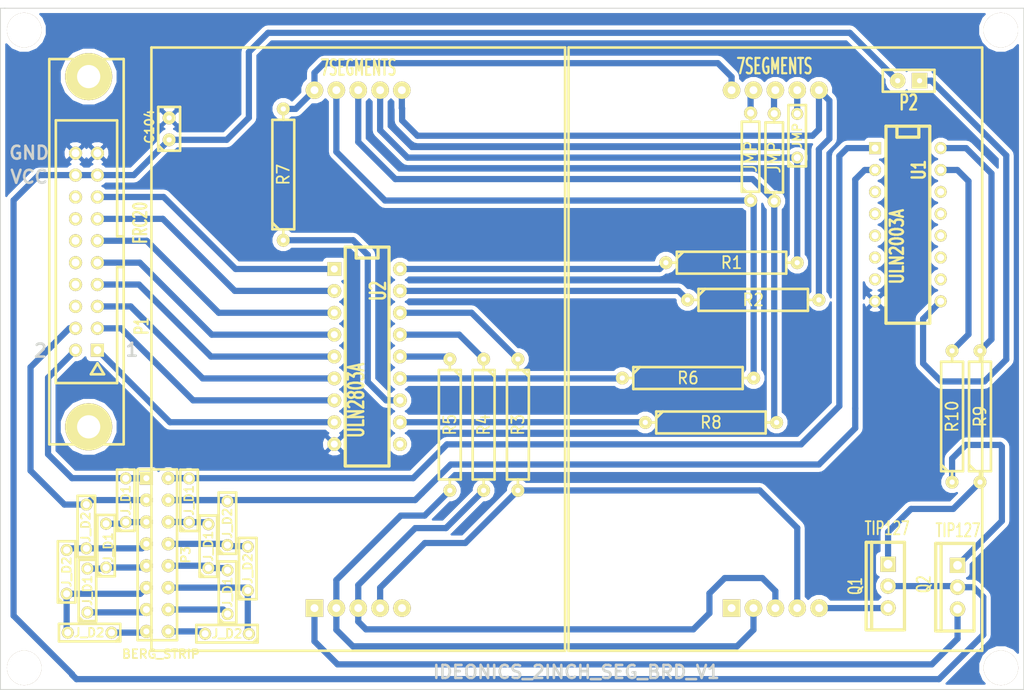
<source format=kicad_pcb>
(kicad_pcb (version 3) (host pcbnew "(2013-07-07 BZR 4022)-stable")

  (general
    (links 63)
    (no_connects 16)
    (area 166.954999 60.7695 285.800001 142.3924)
    (thickness 1.6)
    (drawings 10)
    (tracks 240)
    (zones 0)
    (modules 39)
    (nets 39)
  )

  (page A3)
  (layers
    (15 F.Cu signal)
    (0 B.Cu signal)
    (16 B.Adhes user)
    (17 F.Adhes user)
    (18 B.Paste user)
    (19 F.Paste user)
    (20 B.SilkS user)
    (21 F.SilkS user)
    (22 B.Mask user)
    (23 F.Mask user)
    (24 Dwgs.User user)
    (25 Cmts.User user)
    (26 Eco1.User user)
    (27 Eco2.User user)
    (28 Edge.Cuts user)
  )

  (setup
    (last_trace_width 0.72)
    (trace_clearance 0.254)
    (zone_clearance 0.508)
    (zone_45_only yes)
    (trace_min 0.254)
    (segment_width 0.2)
    (edge_width 0.1)
    (via_size 0.889)
    (via_drill 0.635)
    (via_min_size 0.889)
    (via_min_drill 0.508)
    (uvia_size 0.508)
    (uvia_drill 0.127)
    (uvias_allowed no)
    (uvia_min_size 0.508)
    (uvia_min_drill 0.127)
    (pcb_text_width 0.3)
    (pcb_text_size 1.5 1.5)
    (mod_edge_width 0.15)
    (mod_text_size 1 1)
    (mod_text_width 0.15)
    (pad_size 4 4)
    (pad_drill 4)
    (pad_to_mask_clearance 0)
    (aux_axis_origin 0 0)
    (visible_elements 7FFFFFFF)
    (pcbplotparams
      (layerselection 6324225)
      (usegerberextensions true)
      (excludeedgelayer true)
      (linewidth 0.150000)
      (plotframeref false)
      (viasonmask false)
      (mode 1)
      (useauxorigin false)
      (hpglpennumber 1)
      (hpglpenspeed 20)
      (hpglpendiameter 15)
      (hpglpenoverlay 2)
      (psnegative false)
      (psa4output false)
      (plotreference true)
      (plotvalue true)
      (plotothertext true)
      (plotinvisibletext false)
      (padsonsilk false)
      (subtractmaskfromsilk false)
      (outputformat 1)
      (mirror false)
      (drillshape 0)
      (scaleselection 1)
      (outputdirectory ""))
  )

  (net 0 "")
  (net 1 /Dig1)
  (net 2 /Dig2)
  (net 3 /Dig_sel_1)
  (net 4 /Dig_sel_2)
  (net 5 /Seg_a)
  (net 6 /Seg_b)
  (net 7 /Seg_c)
  (net 8 /Seg_d)
  (net 9 /Seg_e)
  (net 10 /Seg_f)
  (net 11 /Seg_g)
  (net 12 /Seg_h)
  (net 13 GND)
  (net 14 N-000001)
  (net 15 N-0000011)
  (net 16 N-0000012)
  (net 17 N-000002)
  (net 18 N-000003)
  (net 19 N-0000034)
  (net 20 N-0000035)
  (net 21 N-0000036)
  (net 22 N-0000038)
  (net 23 N-0000039)
  (net 24 N-000004)
  (net 25 N-0000040)
  (net 26 N-0000041)
  (net 27 N-0000042)
  (net 28 N-0000043)
  (net 29 N-0000044)
  (net 30 N-0000045)
  (net 31 N-0000046)
  (net 32 N-0000048)
  (net 33 N-000005)
  (net 34 N-000006)
  (net 35 N-000007)
  (net 36 N-000008)
  (net 37 N-000009)
  (net 38 VCC)

  (net_class Default "This is the default net class."
    (clearance 0.254)
    (trace_width 0.72)
    (via_dia 0.889)
    (via_drill 0.635)
    (uvia_dia 0.508)
    (uvia_drill 0.127)
    (add_net "")
    (add_net /Dig1)
    (add_net /Dig2)
    (add_net /Dig_sel_1)
    (add_net /Dig_sel_2)
    (add_net /Seg_a)
    (add_net /Seg_b)
    (add_net /Seg_c)
    (add_net /Seg_d)
    (add_net /Seg_e)
    (add_net /Seg_f)
    (add_net /Seg_g)
    (add_net /Seg_h)
    (add_net GND)
    (add_net N-000001)
    (add_net N-0000011)
    (add_net N-0000012)
    (add_net N-000002)
    (add_net N-000003)
    (add_net N-0000034)
    (add_net N-0000035)
    (add_net N-0000036)
    (add_net N-0000038)
    (add_net N-0000039)
    (add_net N-000004)
    (add_net N-0000040)
    (add_net N-0000041)
    (add_net N-0000042)
    (add_net N-0000043)
    (add_net N-0000044)
    (add_net N-0000045)
    (add_net N-0000046)
    (add_net N-0000048)
    (add_net N-000005)
    (add_net N-000006)
    (add_net N-000007)
    (add_net N-000008)
    (add_net N-000009)
    (add_net VCC)
  )

  (module Ideonics_R (layer F.Cu) (tedit 520C69E1) (tstamp 52A1D589)
    (at 277.4315 109.5375 90)
    (descr "Resistance 6 pas")
    (tags R)
    (path /52A16F14)
    (autoplace_cost180 10)
    (fp_text reference R10 (at 0 0 90) (layer F.SilkS)
      (effects (font (size 1.397 1.27) (thickness 0.2032)))
    )
    (fp_text value 2.2K (at 0.254 0 90) (layer F.SilkS) hide
      (effects (font (size 1.397 1.27) (thickness 0.2032)))
    )
    (fp_line (start -6.35 -1.27) (end 6.35 -1.27) (layer F.SilkS) (width 0.3048))
    (fp_line (start 6.35 -1.27) (end 6.35 1.27) (layer F.SilkS) (width 0.3048))
    (fp_line (start 6.35 1.27) (end -6.35 1.27) (layer F.SilkS) (width 0.3048))
    (fp_line (start 6.35 0) (end 7.62 0) (layer F.SilkS) (width 0.3048))
    (fp_line (start -7.62 0) (end -6.35 0) (layer F.SilkS) (width 0.3048))
    (fp_line (start -6.35 -0.508) (end -5.588 -1.27) (layer F.SilkS) (width 0.3048))
    (fp_line (start -6.35 -1.27) (end -6.35 1.27) (layer F.SilkS) (width 0.3048))
    (pad 1 thru_hole circle (at -7.62 0 90) (size 1.5 1.5) (drill 0.6)
      (layers *.Cu *.Mask F.SilkS)
      (net 31 N-0000046)
    )
    (pad 2 thru_hole circle (at 7.62 0 90) (size 1.5 1.5) (drill 0.6)
      (layers *.Cu *.Mask F.SilkS)
      (net 20 N-0000035)
    )
    (model discret/resistor.wrl
      (at (xyz 0 0 0))
      (scale (xyz 0.6 0.6 0.6))
      (rotate (xyz 0 0 0))
    )
  )

  (module 2INCH_DISPLAY (layer F.Cu) (tedit 52A193B5) (tstamp 52A194B3)
    (at 256.925 101.725)
    (descr "Afficheur 7 segments")
    (tags AFFICHEUR)
    (path /52A16E95)
    (fp_text reference "" (at 0 -10.795) (layer F.SilkS)
      (effects (font (size 1.778 1.143) (thickness 0.28575)))
    )
    (fp_text value 7SEGMENTS (at -0.1 -32.825) (layer F.SilkS)
      (effects (font (size 1.778 1.016) (thickness 0.254)))
    )
    (fp_line (start -24 -35) (end -24 35) (layer F.SilkS) (width 0.3048))
    (fp_line (start 24 -35) (end 24 35) (layer F.SilkS) (width 0.3048))
    (fp_line (start -24 -35) (end 24 -35) (layer F.SilkS) (width 0.3048))
    (fp_line (start 24 35) (end -24 35) (layer F.SilkS) (width 0.3048))
    (pad 1 thru_hole rect (at -5.08 30.05) (size 2.032 2.032) (drill 0.9144)
      (layers *.Cu *.Mask F.SilkS)
    )
    (pad 2 thru_hole circle (at -2.54 30.05) (size 2.032 2.032) (drill 0.9144)
      (layers *.Cu *.Mask F.SilkS)
      (net 9 /Seg_e)
    )
    (pad 3 thru_hole circle (at 0 30.05) (size 2.032 2.032) (drill 0.9144)
      (layers *.Cu *.Mask F.SilkS)
      (net 8 /Seg_d)
    )
    (pad 4 thru_hole circle (at 2.54 30.05) (size 2.032 2.032) (drill 0.9144)
      (layers *.Cu *.Mask F.SilkS)
      (net 7 /Seg_c)
    )
    (pad 7 thru_hole circle (at 2.54 -30.05) (size 2.032 2.032) (drill 0.9144)
      (layers *.Cu *.Mask F.SilkS)
      (net 5 /Seg_a)
    )
    (pad 8 thru_hole circle (at 0 -30.05) (size 2.032 2.032) (drill 0.9144)
      (layers *.Cu *.Mask F.SilkS)
      (net 12 /Seg_h)
    )
    (pad 9 thru_hole circle (at -2.54 -30.05) (size 2.032 2.032) (drill 0.9144)
      (layers *.Cu *.Mask F.SilkS)
      (net 10 /Seg_f)
    )
    (pad 10 thru_hole circle (at -5.08 -30.05) (size 2.032 2.032) (drill 0.9144)
      (layers *.Cu *.Mask F.SilkS)
      (net 11 /Seg_g)
    )
    (pad 5 thru_hole circle (at 5.08 30.05) (size 2.032 2.032) (drill 0.9144)
      (layers *.Cu *.Mask F.SilkS)
      (net 16 N-0000012)
    )
    (pad 6 thru_hole circle (at 5.06 -30.05) (size 2.032 2.032) (drill 0.9144)
      (layers *.Cu *.Mask F.SilkS)
      (net 6 /Seg_b)
    )
  )

  (module C2 (layer F.Cu) (tedit 52A1996B) (tstamp 52A21D20)
    (at 259.461 76.962 90)
    (descr "Condensateur = 2 pas")
    (tags C)
    (fp_text reference JMP (at 0 0 90) (layer F.SilkS)
      (effects (font (size 1.016 1.016) (thickness 0.2032)))
    )
    (fp_text value C*** (at 0 0 90) (layer F.SilkS) hide
      (effects (font (size 1.016 1.016) (thickness 0.2032)))
    )
    (fp_line (start -3.556 -1.016) (end 3.556 -1.016) (layer F.SilkS) (width 0.3048))
    (fp_line (start 3.556 -1.016) (end 3.556 1.016) (layer F.SilkS) (width 0.3048))
    (fp_line (start 3.556 1.016) (end -3.556 1.016) (layer F.SilkS) (width 0.3048))
    (fp_line (start -3.556 1.016) (end -3.556 -1.016) (layer F.SilkS) (width 0.3048))
    (fp_line (start -3.556 -0.508) (end -3.048 -1.016) (layer F.SilkS) (width 0.3048))
    (pad 1 thru_hole circle (at -2.54 0 90) (size 1.397 1.397) (drill 0.8128)
      (layers *.Cu *.Mask F.SilkS)
    )
    (pad 2 thru_hole circle (at 2.54 0 90) (size 1.397 1.397) (drill 0.8128)
      (layers *.Cu *.Mask F.SilkS)
    )
    (model discret/capa_2pas_5x5mm.wrl
      (at (xyz 0 0 0))
      (scale (xyz 1 1 1))
      (rotate (xyz 0 0 0))
    )
  )

  (module TO220_VERT (layer F.Cu) (tedit 52A1A01A) (tstamp 52A19383)
    (at 270.002 129.2225 180)
    (descr "Regulateur TO220 serie LM78xx")
    (tags "TR TO220")
    (path /52A16F08)
    (fp_text reference Q1 (at 3.79984 0 270) (layer F.SilkS)
      (effects (font (size 1.524 1.016) (thickness 0.2032)))
    )
    (fp_text value TIP127 (at 0.11176 6.7056 180) (layer F.SilkS)
      (effects (font (size 1.524 1.016) (thickness 0.2032)))
    )
    (fp_line (start 1.905 -5.08) (end 2.54 -5.08) (layer F.SilkS) (width 0.381))
    (fp_line (start 2.54 -5.08) (end 2.54 5.08) (layer F.SilkS) (width 0.381))
    (fp_line (start 2.54 5.08) (end 1.905 5.08) (layer F.SilkS) (width 0.381))
    (fp_line (start -1.905 -5.08) (end 1.905 -5.08) (layer F.SilkS) (width 0.381))
    (fp_line (start 1.905 -5.08) (end 1.905 5.08) (layer F.SilkS) (width 0.381))
    (fp_line (start 1.905 5.08) (end -1.905 5.08) (layer F.SilkS) (width 0.381))
    (fp_line (start -1.905 5.08) (end -1.905 -5.08) (layer F.SilkS) (width 0.381))
    (pad 2 thru_hole circle (at 0 -2.54 180) (size 1.778 1.778) (drill 1.016)
      (layers *.Cu *.Mask F.SilkS)
      (net 15 N-0000011)
    )
    (pad 3 thru_hole circle (at 0 0 180) (size 1.778 1.778) (drill 1.016)
      (layers *.Cu *.Mask F.SilkS)
      (net 38 VCC)
    )
    (pad 1 thru_hole rect (at 0 2.54 180) (size 1.778 1.778) (drill 1.016)
      (layers *.Cu *.Mask F.SilkS)
      (net 16 N-0000012)
    )
  )

  (module TO220_VERT (layer F.Cu) (tedit 52A1B1CC) (tstamp 52A19391)
    (at 278.0665 129.3495 180)
    (descr "Regulateur TO220 serie LM78xx")
    (tags "TR TO220")
    (path /52A16EFB)
    (fp_text reference Q2 (at 3.9116 0.3429 270) (layer F.SilkS)
      (effects (font (size 1.524 1.016) (thickness 0.2032)))
    )
    (fp_text value TIP127 (at -0.05588 6.59384 180) (layer F.SilkS)
      (effects (font (size 1.524 1.016) (thickness 0.2032)))
    )
    (fp_line (start 1.905 -5.08) (end 2.54 -5.08) (layer F.SilkS) (width 0.381))
    (fp_line (start 2.54 -5.08) (end 2.54 5.08) (layer F.SilkS) (width 0.381))
    (fp_line (start 2.54 5.08) (end 1.905 5.08) (layer F.SilkS) (width 0.381))
    (fp_line (start -1.905 -5.08) (end 1.905 -5.08) (layer F.SilkS) (width 0.381))
    (fp_line (start 1.905 -5.08) (end 1.905 5.08) (layer F.SilkS) (width 0.381))
    (fp_line (start 1.905 5.08) (end -1.905 5.08) (layer F.SilkS) (width 0.381))
    (fp_line (start -1.905 5.08) (end -1.905 -5.08) (layer F.SilkS) (width 0.381))
    (pad 2 thru_hole circle (at 0 -2.54 180) (size 1.778 1.778) (drill 1.016)
      (layers *.Cu *.Mask F.SilkS)
      (net 19 N-0000034)
    )
    (pad 3 thru_hole circle (at 0 0 180) (size 1.778 1.778) (drill 1.016)
      (layers *.Cu *.Mask F.SilkS)
      (net 38 VCC)
    )
    (pad 1 thru_hole rect (at 0 2.54 180) (size 1.778 1.778) (drill 1.016)
      (layers *.Cu *.Mask F.SilkS)
      (net 31 N-0000046)
    )
  )

  (module Ideonics_RMC_2 (layer F.Cu) (tedit 52A1B2C2) (tstamp 52A193B3)
    (at 272.3896 70.5866 180)
    (descr "Connecteurs 2 pins")
    (tags "CONN DEV")
    (path /52A18004)
    (fp_text reference P2 (at 0 -2.54 180) (layer F.SilkS)
      (effects (font (size 1.72974 1.08712) (thickness 0.27178)))
    )
    (fp_text value CONN_2 (at 0 -2.54 180) (layer F.SilkS) hide
      (effects (font (size 1.524 1.016) (thickness 0.254)))
    )
    (fp_line (start -3 1.27) (end -3 -1.27) (layer F.SilkS) (width 0.3048))
    (fp_line (start -3 -1.27) (end 3 -1.27) (layer F.SilkS) (width 0.3048))
    (fp_line (start 3 -1.27) (end 3 1.27) (layer F.SilkS) (width 0.3048))
    (fp_line (start 3 1.27) (end -3 1.27) (layer F.SilkS) (width 0.3048))
    (pad 1 thru_hole rect (at -1.27 0.01016 180) (size 1.8 1.8) (drill 0.6)
      (layers *.Cu *.Mask F.SilkS)
      (net 32 N-0000048)
    )
    (pad 2 thru_hole circle (at 1.27 0.01016 180) (size 1.8 1.8) (drill 0.6)
      (layers *.Cu *.Mask F.SilkS)
      (net 38 VCC)
    )
  )

  (module Ideonics_R (layer F.Cu) (tedit 520C69E1) (tstamp 52A193C0)
    (at 199.83 81.47 90)
    (descr "Resistance 6 pas")
    (tags R)
    (path /52A16EED)
    (autoplace_cost180 10)
    (fp_text reference R7 (at 0 0 90) (layer F.SilkS)
      (effects (font (size 1.397 1.27) (thickness 0.2032)))
    )
    (fp_text value R (at 0.254 0 90) (layer F.SilkS) hide
      (effects (font (size 1.397 1.27) (thickness 0.2032)))
    )
    (fp_line (start -6.35 -1.27) (end 6.35 -1.27) (layer F.SilkS) (width 0.3048))
    (fp_line (start 6.35 -1.27) (end 6.35 1.27) (layer F.SilkS) (width 0.3048))
    (fp_line (start 6.35 1.27) (end -6.35 1.27) (layer F.SilkS) (width 0.3048))
    (fp_line (start 6.35 0) (end 7.62 0) (layer F.SilkS) (width 0.3048))
    (fp_line (start -7.62 0) (end -6.35 0) (layer F.SilkS) (width 0.3048))
    (fp_line (start -6.35 -0.508) (end -5.588 -1.27) (layer F.SilkS) (width 0.3048))
    (fp_line (start -6.35 -1.27) (end -6.35 1.27) (layer F.SilkS) (width 0.3048))
    (pad 1 thru_hole circle (at -7.62 0 90) (size 1.5 1.5) (drill 0.6)
      (layers *.Cu *.Mask F.SilkS)
      (net 17 N-000002)
    )
    (pad 2 thru_hole circle (at 7.62 0 90) (size 1.5 1.5) (drill 0.6)
      (layers *.Cu *.Mask F.SilkS)
      (net 11 /Seg_g)
    )
    (model discret/resistor.wrl
      (at (xyz 0 0 0))
      (scale (xyz 0.6 0.6 0.6))
      (rotate (xyz 0 0 0))
    )
  )

  (module Ideonics_R (layer F.Cu) (tedit 520C69E1) (tstamp 52A1D57B)
    (at 280.67 109.5375 90)
    (descr "Resistance 6 pas")
    (tags R)
    (path /52A16F0E)
    (autoplace_cost180 10)
    (fp_text reference R9 (at 0 0 90) (layer F.SilkS)
      (effects (font (size 1.397 1.27) (thickness 0.2032)))
    )
    (fp_text value 2.2K (at 0.254 0 90) (layer F.SilkS) hide
      (effects (font (size 1.397 1.27) (thickness 0.2032)))
    )
    (fp_line (start -6.35 -1.27) (end 6.35 -1.27) (layer F.SilkS) (width 0.3048))
    (fp_line (start 6.35 -1.27) (end 6.35 1.27) (layer F.SilkS) (width 0.3048))
    (fp_line (start 6.35 1.27) (end -6.35 1.27) (layer F.SilkS) (width 0.3048))
    (fp_line (start 6.35 0) (end 7.62 0) (layer F.SilkS) (width 0.3048))
    (fp_line (start -7.62 0) (end -6.35 0) (layer F.SilkS) (width 0.3048))
    (fp_line (start -6.35 -0.508) (end -5.588 -1.27) (layer F.SilkS) (width 0.3048))
    (fp_line (start -6.35 -1.27) (end -6.35 1.27) (layer F.SilkS) (width 0.3048))
    (pad 1 thru_hole circle (at -7.62 0 90) (size 1.5 1.5) (drill 0.6)
      (layers *.Cu *.Mask F.SilkS)
      (net 16 N-0000012)
    )
    (pad 2 thru_hole circle (at 7.62 0 90) (size 1.5 1.5) (drill 0.6)
      (layers *.Cu *.Mask F.SilkS)
      (net 21 N-0000036)
    )
    (model discret/resistor.wrl
      (at (xyz 0 0 0))
      (scale (xyz 0.6 0.6 0.6))
      (rotate (xyz 0 0 0))
    )
  )

  (module Ideonics_R (layer F.Cu) (tedit 520C69E1) (tstamp 52A193E7)
    (at 249.4534 110.236)
    (descr "Resistance 6 pas")
    (tags R)
    (path /52A16EF3)
    (autoplace_cost180 10)
    (fp_text reference R8 (at 0 0) (layer F.SilkS)
      (effects (font (size 1.397 1.27) (thickness 0.2032)))
    )
    (fp_text value R (at 0.254 0) (layer F.SilkS) hide
      (effects (font (size 1.397 1.27) (thickness 0.2032)))
    )
    (fp_line (start -6.35 -1.27) (end 6.35 -1.27) (layer F.SilkS) (width 0.3048))
    (fp_line (start 6.35 -1.27) (end 6.35 1.27) (layer F.SilkS) (width 0.3048))
    (fp_line (start 6.35 1.27) (end -6.35 1.27) (layer F.SilkS) (width 0.3048))
    (fp_line (start 6.35 0) (end 7.62 0) (layer F.SilkS) (width 0.3048))
    (fp_line (start -7.62 0) (end -6.35 0) (layer F.SilkS) (width 0.3048))
    (fp_line (start -6.35 -0.508) (end -5.588 -1.27) (layer F.SilkS) (width 0.3048))
    (fp_line (start -6.35 -1.27) (end -6.35 1.27) (layer F.SilkS) (width 0.3048))
    (pad 1 thru_hole circle (at -7.62 0) (size 1.5 1.5) (drill 0.6)
      (layers *.Cu *.Mask F.SilkS)
      (net 14 N-000001)
    )
    (pad 2 thru_hole circle (at 7.62 0) (size 1.5 1.5) (drill 0.6)
      (layers *.Cu *.Mask F.SilkS)
      (net 12 /Seg_h)
    )
    (model discret/resistor.wrl
      (at (xyz 0 0 0))
      (scale (xyz 0.6 0.6 0.6))
      (rotate (xyz 0 0 0))
    )
  )

  (module Ideonics_R (layer F.Cu) (tedit 520C69E1) (tstamp 52A193F4)
    (at 246.7864 105.0798)
    (descr "Resistance 6 pas")
    (tags R)
    (path /52A16EE7)
    (autoplace_cost180 10)
    (fp_text reference R6 (at 0 0) (layer F.SilkS)
      (effects (font (size 1.397 1.27) (thickness 0.2032)))
    )
    (fp_text value R (at 0.254 0) (layer F.SilkS) hide
      (effects (font (size 1.397 1.27) (thickness 0.2032)))
    )
    (fp_line (start -6.35 -1.27) (end 6.35 -1.27) (layer F.SilkS) (width 0.3048))
    (fp_line (start 6.35 -1.27) (end 6.35 1.27) (layer F.SilkS) (width 0.3048))
    (fp_line (start 6.35 1.27) (end -6.35 1.27) (layer F.SilkS) (width 0.3048))
    (fp_line (start 6.35 0) (end 7.62 0) (layer F.SilkS) (width 0.3048))
    (fp_line (start -7.62 0) (end -6.35 0) (layer F.SilkS) (width 0.3048))
    (fp_line (start -6.35 -0.508) (end -5.588 -1.27) (layer F.SilkS) (width 0.3048))
    (fp_line (start -6.35 -1.27) (end -6.35 1.27) (layer F.SilkS) (width 0.3048))
    (pad 1 thru_hole circle (at -7.62 0) (size 1.5 1.5) (drill 0.6)
      (layers *.Cu *.Mask F.SilkS)
      (net 18 N-000003)
    )
    (pad 2 thru_hole circle (at 7.62 0) (size 1.5 1.5) (drill 0.6)
      (layers *.Cu *.Mask F.SilkS)
      (net 10 /Seg_f)
    )
    (model discret/resistor.wrl
      (at (xyz 0 0 0))
      (scale (xyz 0.6 0.6 0.6))
      (rotate (xyz 0 0 0))
    )
  )

  (module Ideonics_R (layer F.Cu) (tedit 520C69E1) (tstamp 52A1C91E)
    (at 219.1512 110.5 270)
    (descr "Resistance 6 pas")
    (tags R)
    (path /52A16EE1)
    (autoplace_cost180 10)
    (fp_text reference R5 (at 0 0 270) (layer F.SilkS)
      (effects (font (size 1.397 1.27) (thickness 0.2032)))
    )
    (fp_text value R (at 0.254 0 270) (layer F.SilkS) hide
      (effects (font (size 1.397 1.27) (thickness 0.2032)))
    )
    (fp_line (start -6.35 -1.27) (end 6.35 -1.27) (layer F.SilkS) (width 0.3048))
    (fp_line (start 6.35 -1.27) (end 6.35 1.27) (layer F.SilkS) (width 0.3048))
    (fp_line (start 6.35 1.27) (end -6.35 1.27) (layer F.SilkS) (width 0.3048))
    (fp_line (start 6.35 0) (end 7.62 0) (layer F.SilkS) (width 0.3048))
    (fp_line (start -7.62 0) (end -6.35 0) (layer F.SilkS) (width 0.3048))
    (fp_line (start -6.35 -0.508) (end -5.588 -1.27) (layer F.SilkS) (width 0.3048))
    (fp_line (start -6.35 -1.27) (end -6.35 1.27) (layer F.SilkS) (width 0.3048))
    (pad 1 thru_hole circle (at -7.62 0 270) (size 1.5 1.5) (drill 0.6)
      (layers *.Cu *.Mask F.SilkS)
      (net 24 N-000004)
    )
    (pad 2 thru_hole circle (at 7.62 0 270) (size 1.5 1.5) (drill 0.6)
      (layers *.Cu *.Mask F.SilkS)
      (net 9 /Seg_e)
    )
    (model discret/resistor.wrl
      (at (xyz 0 0 0))
      (scale (xyz 0.6 0.6 0.6))
      (rotate (xyz 0 0 0))
    )
  )

  (module Ideonics_R (layer F.Cu) (tedit 520C69E1) (tstamp 52A1940E)
    (at 223.07296 110.5 270)
    (descr "Resistance 6 pas")
    (tags R)
    (path /52A16EDB)
    (autoplace_cost180 10)
    (fp_text reference R4 (at 0 0 270) (layer F.SilkS)
      (effects (font (size 1.397 1.27) (thickness 0.2032)))
    )
    (fp_text value R (at 0.254 0 270) (layer F.SilkS) hide
      (effects (font (size 1.397 1.27) (thickness 0.2032)))
    )
    (fp_line (start -6.35 -1.27) (end 6.35 -1.27) (layer F.SilkS) (width 0.3048))
    (fp_line (start 6.35 -1.27) (end 6.35 1.27) (layer F.SilkS) (width 0.3048))
    (fp_line (start 6.35 1.27) (end -6.35 1.27) (layer F.SilkS) (width 0.3048))
    (fp_line (start 6.35 0) (end 7.62 0) (layer F.SilkS) (width 0.3048))
    (fp_line (start -7.62 0) (end -6.35 0) (layer F.SilkS) (width 0.3048))
    (fp_line (start -6.35 -0.508) (end -5.588 -1.27) (layer F.SilkS) (width 0.3048))
    (fp_line (start -6.35 -1.27) (end -6.35 1.27) (layer F.SilkS) (width 0.3048))
    (pad 1 thru_hole circle (at -7.62 0 270) (size 1.5 1.5) (drill 0.6)
      (layers *.Cu *.Mask F.SilkS)
      (net 33 N-000005)
    )
    (pad 2 thru_hole circle (at 7.62 0 270) (size 1.5 1.5) (drill 0.6)
      (layers *.Cu *.Mask F.SilkS)
      (net 8 /Seg_d)
    )
    (model discret/resistor.wrl
      (at (xyz 0 0 0))
      (scale (xyz 0.6 0.6 0.6))
      (rotate (xyz 0 0 0))
    )
  )

  (module Ideonics_R (layer F.Cu) (tedit 520C69E1) (tstamp 52A1941B)
    (at 227.0506 110.5 270)
    (descr "Resistance 6 pas")
    (tags R)
    (path /52A16ED5)
    (autoplace_cost180 10)
    (fp_text reference R3 (at 0 0 270) (layer F.SilkS)
      (effects (font (size 1.397 1.27) (thickness 0.2032)))
    )
    (fp_text value R (at 0.254 0 270) (layer F.SilkS) hide
      (effects (font (size 1.397 1.27) (thickness 0.2032)))
    )
    (fp_line (start -6.35 -1.27) (end 6.35 -1.27) (layer F.SilkS) (width 0.3048))
    (fp_line (start 6.35 -1.27) (end 6.35 1.27) (layer F.SilkS) (width 0.3048))
    (fp_line (start 6.35 1.27) (end -6.35 1.27) (layer F.SilkS) (width 0.3048))
    (fp_line (start 6.35 0) (end 7.62 0) (layer F.SilkS) (width 0.3048))
    (fp_line (start -7.62 0) (end -6.35 0) (layer F.SilkS) (width 0.3048))
    (fp_line (start -6.35 -0.508) (end -5.588 -1.27) (layer F.SilkS) (width 0.3048))
    (fp_line (start -6.35 -1.27) (end -6.35 1.27) (layer F.SilkS) (width 0.3048))
    (pad 1 thru_hole circle (at -7.62 0 270) (size 1.5 1.5) (drill 0.6)
      (layers *.Cu *.Mask F.SilkS)
      (net 34 N-000006)
    )
    (pad 2 thru_hole circle (at 7.62 0 270) (size 1.5 1.5) (drill 0.6)
      (layers *.Cu *.Mask F.SilkS)
      (net 7 /Seg_c)
    )
    (model discret/resistor.wrl
      (at (xyz 0 0 0))
      (scale (xyz 0.6 0.6 0.6))
      (rotate (xyz 0 0 0))
    )
  )

  (module Ideonics_R (layer F.Cu) (tedit 520C69E1) (tstamp 52A19428)
    (at 254.3556 96.012)
    (descr "Resistance 6 pas")
    (tags R)
    (path /52A16ECA)
    (autoplace_cost180 10)
    (fp_text reference R2 (at 0 0) (layer F.SilkS)
      (effects (font (size 1.397 1.27) (thickness 0.2032)))
    )
    (fp_text value R (at 0.254 0) (layer F.SilkS) hide
      (effects (font (size 1.397 1.27) (thickness 0.2032)))
    )
    (fp_line (start -6.35 -1.27) (end 6.35 -1.27) (layer F.SilkS) (width 0.3048))
    (fp_line (start 6.35 -1.27) (end 6.35 1.27) (layer F.SilkS) (width 0.3048))
    (fp_line (start 6.35 1.27) (end -6.35 1.27) (layer F.SilkS) (width 0.3048))
    (fp_line (start 6.35 0) (end 7.62 0) (layer F.SilkS) (width 0.3048))
    (fp_line (start -7.62 0) (end -6.35 0) (layer F.SilkS) (width 0.3048))
    (fp_line (start -6.35 -0.508) (end -5.588 -1.27) (layer F.SilkS) (width 0.3048))
    (fp_line (start -6.35 -1.27) (end -6.35 1.27) (layer F.SilkS) (width 0.3048))
    (pad 1 thru_hole circle (at -7.62 0) (size 1.5 1.5) (drill 0.6)
      (layers *.Cu *.Mask F.SilkS)
      (net 35 N-000007)
    )
    (pad 2 thru_hole circle (at 7.62 0) (size 1.5 1.5) (drill 0.6)
      (layers *.Cu *.Mask F.SilkS)
      (net 6 /Seg_b)
    )
    (model discret/resistor.wrl
      (at (xyz 0 0 0))
      (scale (xyz 0.6 0.6 0.6))
      (rotate (xyz 0 0 0))
    )
  )

  (module Ideonics_R (layer F.Cu) (tedit 520C69E1) (tstamp 52A1C769)
    (at 251.841 91.694)
    (descr "Resistance 6 pas")
    (tags R)
    (path /52A16E9D)
    (autoplace_cost180 10)
    (fp_text reference R1 (at 0 0) (layer F.SilkS)
      (effects (font (size 1.397 1.27) (thickness 0.2032)))
    )
    (fp_text value R (at 0.254 0) (layer F.SilkS) hide
      (effects (font (size 1.397 1.27) (thickness 0.2032)))
    )
    (fp_line (start -6.35 -1.27) (end 6.35 -1.27) (layer F.SilkS) (width 0.3048))
    (fp_line (start 6.35 -1.27) (end 6.35 1.27) (layer F.SilkS) (width 0.3048))
    (fp_line (start 6.35 1.27) (end -6.35 1.27) (layer F.SilkS) (width 0.3048))
    (fp_line (start 6.35 0) (end 7.62 0) (layer F.SilkS) (width 0.3048))
    (fp_line (start -7.62 0) (end -6.35 0) (layer F.SilkS) (width 0.3048))
    (fp_line (start -6.35 -0.508) (end -5.588 -1.27) (layer F.SilkS) (width 0.3048))
    (fp_line (start -6.35 -1.27) (end -6.35 1.27) (layer F.SilkS) (width 0.3048))
    (pad 1 thru_hole circle (at -7.62 0) (size 1.5 1.5) (drill 0.6)
      (layers *.Cu *.Mask F.SilkS)
      (net 36 N-000008)
    )
    (pad 2 thru_hole circle (at 7.62 0) (size 1.5 1.5) (drill 0.6)
      (layers *.Cu *.Mask F.SilkS)
      (net 5 /Seg_a)
    )
    (model discret/resistor.wrl
      (at (xyz 0 0 0))
      (scale (xyz 0.6 0.6 0.6))
      (rotate (xyz 0 0 0))
    )
  )

  (module Ideonics_Ceramic (layer F.Cu) (tedit 520C6931) (tstamp 52A19440)
    (at 186.58332 76.16444 90)
    (descr "Condensateur e = 1 pas")
    (tags C)
    (path /52A18134)
    (fp_text reference C104 (at 0.254 -2.286 90) (layer F.SilkS)
      (effects (font (size 1.016 1.016) (thickness 0.2032)))
    )
    (fp_text value C (at 0 -2.286 90) (layer F.SilkS) hide
      (effects (font (size 1.016 1.016) (thickness 0.2032)))
    )
    (fp_line (start -2.4892 -1.27) (end 2.54 -1.27) (layer F.SilkS) (width 0.3048))
    (fp_line (start 2.54 -1.27) (end 2.54 1.27) (layer F.SilkS) (width 0.3048))
    (fp_line (start 2.54 1.27) (end -2.54 1.27) (layer F.SilkS) (width 0.3048))
    (fp_line (start -2.54 1.27) (end -2.54 -1.27) (layer F.SilkS) (width 0.3048))
    (fp_line (start -2.54 -0.635) (end -1.905 -1.27) (layer F.SilkS) (width 0.3048))
    (pad 1 thru_hole circle (at -1.27 0 90) (size 1.5 1.5) (drill 0.6)
      (layers *.Cu *.Mask F.SilkS)
      (net 38 VCC)
    )
    (pad 2 thru_hole circle (at 1.27 0 90) (size 1.5 1.5) (drill 0.6)
      (layers *.Cu *.Mask F.SilkS)
      (net 13 GND)
    )
    (model discret/capa_1_pas.wrl
      (at (xyz 0 0 0))
      (scale (xyz 1 1 1))
      (rotate (xyz 0 0 0))
    )
  )

  (module HE10_20D (layer F.Cu) (tedit 52A1B36F) (tstamp 52A19468)
    (at 176.99 90.42 90)
    (descr "Connecteur HE10 20 contacts droit")
    (tags "CONN HE10")
    (path /52A17B53)
    (fp_text reference P1 (at -8.64 6.398 90) (layer F.SilkS)
      (effects (font (size 1.524 1.016) (thickness 0.3048)))
    )
    (fp_text value FRC20 (at 3.3488 6.2456 90) (layer F.SilkS)
      (effects (font (size 1.524 1.016) (thickness 0.3048)))
    )
    (fp_line (start -1.778 4.318) (end -1.778 3.556) (layer F.SilkS) (width 0.3048))
    (fp_line (start -1.778 3.556) (end -15.24 3.556) (layer F.SilkS) (width 0.3048))
    (fp_line (start -15.24 3.556) (end -15.24 -3.556) (layer F.SilkS) (width 0.3048))
    (fp_line (start -15.24 -3.556) (end 15.24 -3.556) (layer F.SilkS) (width 0.3048))
    (fp_line (start 15.24 -3.556) (end 15.24 3.556) (layer F.SilkS) (width 0.3048))
    (fp_line (start 15.24 3.556) (end 1.778 3.556) (layer F.SilkS) (width 0.3048))
    (fp_line (start 1.778 3.556) (end 1.778 4.318) (layer F.SilkS) (width 0.3048))
    (fp_line (start -12.954 1.27) (end -14.224 0.508) (layer F.SilkS) (width 0.3048))
    (fp_line (start -14.224 0.508) (end -14.224 2.032) (layer F.SilkS) (width 0.3048))
    (fp_line (start -14.224 2.032) (end -12.954 1.27) (layer F.SilkS) (width 0.3048))
    (fp_line (start -22.352 -4.318) (end -22.352 4.318) (layer F.SilkS) (width 0.3048))
    (fp_line (start -22.352 4.318) (end 22.352 4.318) (layer F.SilkS) (width 0.3048))
    (fp_line (start 22.352 4.318) (end 22.352 -4.318) (layer F.SilkS) (width 0.3048))
    (fp_line (start 22.352 -4.318) (end -22.352 -4.318) (layer F.SilkS) (width 0.3048))
    (pad 1 thru_hole rect (at -11.43 1.27 90) (size 1.524 1.524) (drill 0.9144)
      (layers *.Cu *.Mask F.SilkS)
      (net 30 N-0000045)
    )
    (pad 2 thru_hole circle (at -11.43 -1.27 90) (size 1.524 1.524) (drill 0.9144)
      (layers *.Cu *.Mask F.SilkS)
      (net 3 /Dig_sel_1)
    )
    (pad 3 thru_hole circle (at -8.89 1.27 90) (size 1.524 1.524) (drill 0.9144)
      (layers *.Cu *.Mask F.SilkS)
      (net 29 N-0000044)
    )
    (pad 4 thru_hole circle (at -8.89 -1.27 90) (size 1.524 1.524) (drill 0.9144)
      (layers *.Cu *.Mask F.SilkS)
      (net 4 /Dig_sel_2)
    )
    (pad 5 thru_hole circle (at -6.35 1.27 90) (size 1.524 1.524) (drill 0.9144)
      (layers *.Cu *.Mask F.SilkS)
      (net 28 N-0000043)
    )
    (pad 6 thru_hole circle (at -6.35 -1.27 90) (size 1.524 1.524) (drill 0.9144)
      (layers *.Cu *.Mask F.SilkS)
    )
    (pad 7 thru_hole circle (at -3.81 1.27 90) (size 1.524 1.524) (drill 0.9144)
      (layers *.Cu *.Mask F.SilkS)
      (net 22 N-0000038)
    )
    (pad 8 thru_hole circle (at -3.81 -1.27 90) (size 1.524 1.524) (drill 0.9144)
      (layers *.Cu *.Mask F.SilkS)
    )
    (pad 9 thru_hole circle (at -1.27 1.27 90) (size 1.524 1.524) (drill 0.9144)
      (layers *.Cu *.Mask F.SilkS)
      (net 27 N-0000042)
    )
    (pad 10 thru_hole circle (at -1.27 -1.27 90) (size 1.524 1.524) (drill 0.9144)
      (layers *.Cu *.Mask F.SilkS)
    )
    (pad 11 thru_hole circle (at 1.27 1.27 90) (size 1.524 1.524) (drill 0.9144)
      (layers *.Cu *.Mask F.SilkS)
      (net 26 N-0000041)
    )
    (pad 12 thru_hole circle (at 1.27 -1.27 90) (size 1.524 1.524) (drill 0.9144)
      (layers *.Cu *.Mask F.SilkS)
    )
    (pad 13 thru_hole circle (at 3.81 1.27 90) (size 1.524 1.524) (drill 0.9144)
      (layers *.Cu *.Mask F.SilkS)
      (net 25 N-0000040)
    )
    (pad 14 thru_hole circle (at 3.81 -1.27 90) (size 1.524 1.524) (drill 0.9144)
      (layers *.Cu *.Mask F.SilkS)
    )
    (pad 15 thru_hole circle (at 6.35 1.27 90) (size 1.524 1.524) (drill 0.9144)
      (layers *.Cu *.Mask F.SilkS)
      (net 23 N-0000039)
    )
    (pad 16 thru_hole circle (at 6.35 -1.27 90) (size 1.524 1.524) (drill 0.9144)
      (layers *.Cu *.Mask F.SilkS)
    )
    (pad 17 thru_hole circle (at 8.89 1.27 90) (size 1.524 1.524) (drill 0.9144)
      (layers *.Cu *.Mask F.SilkS)
      (net 38 VCC)
    )
    (pad 18 thru_hole circle (at 8.89 -1.27 90) (size 1.524 1.524) (drill 0.9144)
      (layers *.Cu *.Mask F.SilkS)
      (net 38 VCC)
    )
    (pad 19 thru_hole circle (at 11.43 1.27 90) (size 1.524 1.524) (drill 0.9144)
      (layers *.Cu *.Mask F.SilkS)
      (net 13 GND)
    )
    (pad 20 thru_hole circle (at 11.43 -1.27 90) (size 1.524 1.524) (drill 0.9144)
      (layers *.Cu *.Mask F.SilkS)
      (net 13 GND)
    )
    (pad "" thru_hole circle (at -20.32 0.254 90) (size 5.461 5.461) (drill 2.6924)
      (layers *.Cu *.Mask F.SilkS)
    )
    (pad "" thru_hole circle (at 20.32 0.254 90) (size 5.461 5.461) (drill 2.6924)
      (layers *.Cu *.Mask F.SilkS)
    )
    (model conn_HExx/he10_20.wrl
      (at (xyz 0 0 0))
      (scale (xyz 1 1 1))
      (rotate (xyz 0 0 0))
    )
  )

  (module DIP-18__300 (layer F.Cu) (tedit 5270EEED) (tstamp 52A1978B)
    (at 209.556 102.586 270)
    (descr "8 pins DIL package, round pads")
    (path /52A16E65)
    (fp_text reference U2 (at -7.62 -1.27 270) (layer F.SilkS)
      (effects (font (size 1.778 1.143) (thickness 0.3048)))
    )
    (fp_text value ULN2803A (at 5.08 1.27 270) (layer F.SilkS)
      (effects (font (size 1.778 1.143) (thickness 0.3048)))
    )
    (fp_line (start -12.7 -1.27) (end -11.43 -1.27) (layer F.SilkS) (width 0.381))
    (fp_line (start -11.43 -1.27) (end -11.43 1.27) (layer F.SilkS) (width 0.381))
    (fp_line (start -11.43 1.27) (end -12.7 1.27) (layer F.SilkS) (width 0.381))
    (fp_line (start -12.7 -2.54) (end 12.7 -2.54) (layer F.SilkS) (width 0.381))
    (fp_line (start 12.7 -2.54) (end 12.7 2.54) (layer F.SilkS) (width 0.381))
    (fp_line (start 12.7 2.54) (end -12.7 2.54) (layer F.SilkS) (width 0.381))
    (fp_line (start -12.7 2.54) (end -12.7 -2.54) (layer F.SilkS) (width 0.381))
    (pad 1 thru_hole rect (at -10.16 3.81 270) (size 1.6 1.6) (drill 0.8128)
      (layers *.Cu *.Mask F.SilkS)
      (net 23 N-0000039)
    )
    (pad 2 thru_hole circle (at -7.62 3.81 270) (size 1.6 1.6) (drill 0.8128)
      (layers *.Cu *.Mask F.SilkS)
      (net 25 N-0000040)
    )
    (pad 3 thru_hole circle (at -5.08 3.81 270) (size 1.6 1.6) (drill 0.8128)
      (layers *.Cu *.Mask F.SilkS)
      (net 26 N-0000041)
    )
    (pad 4 thru_hole circle (at -2.54 3.81 270) (size 1.6 1.6) (drill 0.8128)
      (layers *.Cu *.Mask F.SilkS)
      (net 27 N-0000042)
    )
    (pad 5 thru_hole circle (at 0 3.81 270) (size 1.6 1.6) (drill 0.8128)
      (layers *.Cu *.Mask F.SilkS)
      (net 22 N-0000038)
    )
    (pad 6 thru_hole circle (at 2.54 3.81 270) (size 1.6 1.6) (drill 0.8128)
      (layers *.Cu *.Mask F.SilkS)
      (net 28 N-0000043)
    )
    (pad 7 thru_hole circle (at 5.08 3.81 270) (size 1.6 1.6) (drill 0.8128)
      (layers *.Cu *.Mask F.SilkS)
      (net 29 N-0000044)
    )
    (pad 8 thru_hole circle (at 7.62 3.81 270) (size 1.6 1.6) (drill 0.8128)
      (layers *.Cu *.Mask F.SilkS)
      (net 30 N-0000045)
    )
    (pad 9 thru_hole circle (at 10.16 3.81 270) (size 1.6 1.6) (drill 0.8128)
      (layers *.Cu *.Mask F.SilkS)
      (net 13 GND)
    )
    (pad 10 thru_hole circle (at 10.16 -3.81 270) (size 1.6 1.6) (drill 0.8128)
      (layers *.Cu *.Mask F.SilkS)
    )
    (pad 11 thru_hole circle (at 7.62 -3.81 270) (size 1.6 1.6) (drill 0.8128)
      (layers *.Cu *.Mask F.SilkS)
      (net 14 N-000001)
    )
    (pad 12 thru_hole circle (at 5.08 -3.81 270) (size 1.6 1.6) (drill 0.8128)
      (layers *.Cu *.Mask F.SilkS)
      (net 17 N-000002)
    )
    (pad 13 thru_hole circle (at 2.54 -3.81 270) (size 1.6 1.6) (drill 0.8128)
      (layers *.Cu *.Mask F.SilkS)
      (net 18 N-000003)
    )
    (pad 14 thru_hole circle (at 0 -3.81 270) (size 1.6 1.6) (drill 0.8128)
      (layers *.Cu *.Mask F.SilkS)
      (net 24 N-000004)
    )
    (pad 15 thru_hole circle (at -2.54 -3.81 270) (size 1.6 1.6) (drill 0.8128)
      (layers *.Cu *.Mask F.SilkS)
      (net 33 N-000005)
    )
    (pad 16 thru_hole circle (at -5.08 -3.81 270) (size 1.6 1.6) (drill 0.8128)
      (layers *.Cu *.Mask F.SilkS)
      (net 34 N-000006)
    )
    (pad 17 thru_hole circle (at -7.62 -3.81 270) (size 1.6 1.6) (drill 0.8128)
      (layers *.Cu *.Mask F.SilkS)
      (net 35 N-000007)
    )
    (pad 18 thru_hole circle (at -10.16 -3.81 270) (size 1.6 1.6) (drill 0.8128)
      (layers *.Cu *.Mask F.SilkS)
      (net 36 N-000008)
    )
    (model dil/dil_18.wrl
      (at (xyz 0 0 0))
      (scale (xyz 1 1 1))
      (rotate (xyz 0 0 0))
    )
  )

  (module DIP-16__300 (layer F.Cu) (tedit 200000) (tstamp 52A194A1)
    (at 272.3007 87.2871 270)
    (descr "16 pins DIL package, round pads")
    (tags DIL)
    (path /52A16E42)
    (fp_text reference U1 (at -6.35 -1.27 270) (layer F.SilkS)
      (effects (font (size 1.524 1.143) (thickness 0.3048)))
    )
    (fp_text value ULN2003A (at 2.54 1.27 270) (layer F.SilkS)
      (effects (font (size 1.524 1.143) (thickness 0.3048)))
    )
    (fp_line (start -11.43 -1.27) (end -11.43 -1.27) (layer F.SilkS) (width 0.381))
    (fp_line (start -11.43 -1.27) (end -10.16 -1.27) (layer F.SilkS) (width 0.381))
    (fp_line (start -10.16 -1.27) (end -10.16 1.27) (layer F.SilkS) (width 0.381))
    (fp_line (start -10.16 1.27) (end -11.43 1.27) (layer F.SilkS) (width 0.381))
    (fp_line (start -11.43 -2.54) (end 11.43 -2.54) (layer F.SilkS) (width 0.381))
    (fp_line (start 11.43 -2.54) (end 11.43 2.54) (layer F.SilkS) (width 0.381))
    (fp_line (start 11.43 2.54) (end -11.43 2.54) (layer F.SilkS) (width 0.381))
    (fp_line (start -11.43 2.54) (end -11.43 -2.54) (layer F.SilkS) (width 0.381))
    (pad 1 thru_hole rect (at -8.89 3.81 270) (size 1.397 1.397) (drill 0.8128)
      (layers *.Cu *.Mask F.SilkS)
      (net 1 /Dig1)
    )
    (pad 2 thru_hole circle (at -6.35 3.81 270) (size 1.397 1.397) (drill 0.8128)
      (layers *.Cu *.Mask F.SilkS)
      (net 2 /Dig2)
    )
    (pad 3 thru_hole circle (at -3.81 3.81 270) (size 1.397 1.397) (drill 0.8128)
      (layers *.Cu *.Mask F.SilkS)
    )
    (pad 4 thru_hole circle (at -1.27 3.81 270) (size 1.397 1.397) (drill 0.8128)
      (layers *.Cu *.Mask F.SilkS)
    )
    (pad 5 thru_hole circle (at 1.27 3.81 270) (size 1.397 1.397) (drill 0.8128)
      (layers *.Cu *.Mask F.SilkS)
    )
    (pad 6 thru_hole circle (at 3.81 3.81 270) (size 1.397 1.397) (drill 0.8128)
      (layers *.Cu *.Mask F.SilkS)
    )
    (pad 7 thru_hole circle (at 6.35 3.81 270) (size 1.397 1.397) (drill 0.8128)
      (layers *.Cu *.Mask F.SilkS)
    )
    (pad 8 thru_hole circle (at 8.89 3.81 270) (size 1.397 1.397) (drill 0.8128)
      (layers *.Cu *.Mask F.SilkS)
      (net 13 GND)
    )
    (pad 9 thru_hole circle (at 8.89 -3.81 270) (size 1.397 1.397) (drill 0.8128)
      (layers *.Cu *.Mask F.SilkS)
      (net 32 N-0000048)
    )
    (pad 10 thru_hole circle (at 6.35 -3.81 270) (size 1.397 1.397) (drill 0.8128)
      (layers *.Cu *.Mask F.SilkS)
    )
    (pad 11 thru_hole circle (at 3.81 -3.81 270) (size 1.397 1.397) (drill 0.8128)
      (layers *.Cu *.Mask F.SilkS)
    )
    (pad 12 thru_hole circle (at 1.27 -3.81 270) (size 1.397 1.397) (drill 0.8128)
      (layers *.Cu *.Mask F.SilkS)
    )
    (pad 13 thru_hole circle (at -1.27 -3.81 270) (size 1.397 1.397) (drill 0.8128)
      (layers *.Cu *.Mask F.SilkS)
    )
    (pad 14 thru_hole circle (at -3.81 -3.81 270) (size 1.397 1.397) (drill 0.8128)
      (layers *.Cu *.Mask F.SilkS)
    )
    (pad 15 thru_hole circle (at -6.35 -3.81 270) (size 1.397 1.397) (drill 0.8128)
      (layers *.Cu *.Mask F.SilkS)
      (net 20 N-0000035)
    )
    (pad 16 thru_hole circle (at -8.89 -3.81 270) (size 1.397 1.397) (drill 0.8128)
      (layers *.Cu *.Mask F.SilkS)
      (net 21 N-0000036)
    )
    (model dil/dil_16.wrl
      (at (xyz 0 0 0))
      (scale (xyz 1 1 1))
      (rotate (xyz 0 0 0))
    )
  )

  (module 2INCH_DISPLAY (layer F.Cu) (tedit 52A193B9) (tstamp 52A194C5)
    (at 208.525 101.725)
    (descr "Afficheur 7 segments")
    (tags AFFICHEUR)
    (path /52A16E7E)
    (fp_text reference "" (at 0 -10.795) (layer F.SilkS)
      (effects (font (size 1.778 1.143) (thickness 0.28575)))
    )
    (fp_text value 7SEGMENTS (at 0.025 -32.65) (layer F.SilkS)
      (effects (font (size 1.778 1.016) (thickness 0.254)))
    )
    (fp_line (start -24 -35) (end -24 35) (layer F.SilkS) (width 0.3048))
    (fp_line (start 24 -35) (end 24 35) (layer F.SilkS) (width 0.3048))
    (fp_line (start -24 -35) (end 24 -35) (layer F.SilkS) (width 0.3048))
    (fp_line (start 24 35) (end -24 35) (layer F.SilkS) (width 0.3048))
    (pad 1 thru_hole rect (at -5.08 30.05) (size 2.032 2.032) (drill 0.9144)
      (layers *.Cu *.Mask F.SilkS)
    )
    (pad 2 thru_hole circle (at -2.54 30.05) (size 2.032 2.032) (drill 0.9144)
      (layers *.Cu *.Mask F.SilkS)
      (net 9 /Seg_e)
    )
    (pad 3 thru_hole circle (at 0 30.05) (size 2.032 2.032) (drill 0.9144)
      (layers *.Cu *.Mask F.SilkS)
      (net 8 /Seg_d)
    )
    (pad 4 thru_hole circle (at 2.54 30.05) (size 2.032 2.032) (drill 0.9144)
      (layers *.Cu *.Mask F.SilkS)
      (net 7 /Seg_c)
    )
    (pad 7 thru_hole circle (at 2.54 -30.05) (size 2.032 2.032) (drill 0.9144)
      (layers *.Cu *.Mask F.SilkS)
      (net 5 /Seg_a)
    )
    (pad 8 thru_hole circle (at 0 -30.05) (size 2.032 2.032) (drill 0.9144)
      (layers *.Cu *.Mask F.SilkS)
      (net 12 /Seg_h)
    )
    (pad 9 thru_hole circle (at -2.54 -30.05) (size 2.032 2.032) (drill 0.9144)
      (layers *.Cu *.Mask F.SilkS)
      (net 10 /Seg_f)
    )
    (pad 10 thru_hole circle (at -5.08 -30.05) (size 2.032 2.032) (drill 0.9144)
      (layers *.Cu *.Mask F.SilkS)
      (net 11 /Seg_g)
    )
    (pad 5 thru_hole circle (at 5.08 30.05) (size 2.032 2.032) (drill 0.9144)
      (layers *.Cu *.Mask F.SilkS)
      (net 37 N-000009)
    )
    (pad 6 thru_hole circle (at 5.06 -30.05) (size 2.032 2.032) (drill 0.9144)
      (layers *.Cu *.Mask F.SilkS)
      (net 6 /Seg_b)
    )
  )

  (module 1pin (layer F.Cu) (tedit 52A1B4DB) (tstamp 52A1D7F8)
    (at 282.956 138.7094)
    (descr "module 1 pin (ou trou mecanique de percage)")
    (tags DEV)
    (path 1pin)
    (fp_text reference "" (at 0 -3.048) (layer F.SilkS)
      (effects (font (size 1.016 1.016) (thickness 0.254)))
    )
    (fp_text value "" (at 0 2.794) (layer F.SilkS) hide
      (effects (font (size 1.016 1.016) (thickness 0.254)))
    )
    (fp_circle (center 0 0) (end 0 -1.2) (layer F.SilkS) (width 0.01))
    (pad 1 thru_hole circle (at 0.1397 0) (size 4 4) (drill 4)
      (layers *.Cu *.Mask F.SilkS)
    )
  )

  (module 1pin (layer F.Cu) (tedit 52A1BA3F) (tstamp 52A26342)
    (at 283.083 64.7065)
    (descr "module 1 pin (ou trou mecanique de percage)")
    (tags DEV)
    (path 1pin)
    (fp_text reference "" (at 0 -3.048) (layer F.SilkS)
      (effects (font (size 1.016 1.016) (thickness 0.254)))
    )
    (fp_text value "" (at 0 2.794) (layer F.SilkS) hide
      (effects (font (size 1.016 1.016) (thickness 0.254)))
    )
    (fp_circle (center 0 0) (end 0 -1.2) (layer F.SilkS) (width 0.01))
    (pad 1 thru_hole circle (at 0 0) (size 4 4) (drill 4)
      (layers *.Cu *.Mask F.SilkS)
    )
  )

  (module R4 (layer F.Cu) (tedit 52A19B01) (tstamp 52A2635F)
    (at 254.0508 79.4004 90)
    (descr "Resitance 4 pas")
    (tags R)
    (autoplace_cost180 10)
    (fp_text reference JMP (at 0 0 90) (layer F.SilkS)
      (effects (font (size 1.397 1.27) (thickness 0.2032)))
    )
    (fp_text value Val* (at 0 0 90) (layer F.SilkS) hide
      (effects (font (size 1.397 1.27) (thickness 0.2032)))
    )
    (fp_line (start -5.08 0) (end -4.064 0) (layer F.SilkS) (width 0.3048))
    (fp_line (start -4.064 0) (end -4.064 -1.016) (layer F.SilkS) (width 0.3048))
    (fp_line (start -4.064 -1.016) (end 4.064 -1.016) (layer F.SilkS) (width 0.3048))
    (fp_line (start 4.064 -1.016) (end 4.064 1.016) (layer F.SilkS) (width 0.3048))
    (fp_line (start 4.064 1.016) (end -4.064 1.016) (layer F.SilkS) (width 0.3048))
    (fp_line (start -4.064 1.016) (end -4.064 0) (layer F.SilkS) (width 0.3048))
    (fp_line (start -4.064 -0.508) (end -3.556 -1.016) (layer F.SilkS) (width 0.3048))
    (fp_line (start 5.08 0) (end 4.064 0) (layer F.SilkS) (width 0.3048))
    (pad 1 thru_hole circle (at -5.08 0 90) (size 1.524 1.524) (drill 0.8128)
      (layers *.Cu *.Mask F.SilkS)
    )
    (pad 2 thru_hole circle (at 5.08 0 90) (size 1.524 1.524) (drill 0.8128)
      (layers *.Cu *.Mask F.SilkS)
    )
    (model discret/resistor.wrl
      (at (xyz 0 0 0))
      (scale (xyz 0.4 0.4 0.4))
      (rotate (xyz 0 0 0))
    )
  )

  (module pin_array_8x2 (layer F.Cu) (tedit 52A1BFD2) (tstamp 52A1BEBD)
    (at 185.2115 125.589 270)
    (descr "Double rangee de contacts 2 x 8 pins")
    (tags CONN)
    (path /52A191C6)
    (fp_text reference P3 (at 0 -3.302 270) (layer F.SilkS)
      (effects (font (size 1.016 1.016) (thickness 0.2032)))
    )
    (fp_text value BERG_STRIP (at 11.5202 -0.4117 360) (layer F.SilkS)
      (effects (font (size 1.016 1.016) (thickness 0.2032)))
    )
    (fp_line (start -9.906 2.286) (end -9.906 -2.286) (layer F.SilkS) (width 0.3048))
    (fp_line (start -9.906 -2.286) (end 9.906 -2.286) (layer F.SilkS) (width 0.3048))
    (fp_line (start 9.906 -2.286) (end 9.906 2.286) (layer F.SilkS) (width 0.3048))
    (fp_line (start 9.906 2.286) (end -9.906 2.286) (layer F.SilkS) (width 0.3048))
    (pad 1 thru_hole rect (at -8.89 1.27 270) (size 1.524 1.524) (drill 0.7)
      (layers *.Cu *.Mask F.SilkS)
      (net 3 /Dig_sel_1)
    )
    (pad 16 thru_hole circle (at -8.89 -1.27 270) (size 1.524 1.524) (drill 0.7)
      (layers *.Cu *.Mask F.SilkS)
      (net 1 /Dig1)
    )
    (pad 2 thru_hole circle (at -6.35 1.27 270) (size 1.524 1.524) (drill 0.7)
      (layers *.Cu *.Mask F.SilkS)
      (net 4 /Dig_sel_2)
    )
    (pad 15 thru_hole circle (at -6.35 -1.27 270) (size 1.524 1.524) (drill 0.7)
      (layers *.Cu *.Mask F.SilkS)
      (net 2 /Dig2)
    )
    (pad 3 thru_hole circle (at -3.81 1.27 270) (size 1.524 1.524) (drill 0.7)
      (layers *.Cu *.Mask F.SilkS)
      (net 3 /Dig_sel_1)
    )
    (pad 14 thru_hole circle (at -3.81 -1.27 270) (size 1.524 1.524) (drill 0.7)
      (layers *.Cu *.Mask F.SilkS)
      (net 1 /Dig1)
    )
    (pad 4 thru_hole circle (at -1.27 1.27 270) (size 1.524 1.524) (drill 0.7)
      (layers *.Cu *.Mask F.SilkS)
      (net 4 /Dig_sel_2)
    )
    (pad 13 thru_hole circle (at -1.27 -1.27 270) (size 1.524 1.524) (drill 0.7)
      (layers *.Cu *.Mask F.SilkS)
      (net 2 /Dig2)
    )
    (pad 5 thru_hole circle (at 1.27 1.27 270) (size 1.524 1.524) (drill 0.7)
      (layers *.Cu *.Mask F.SilkS)
      (net 3 /Dig_sel_1)
    )
    (pad 12 thru_hole circle (at 1.27 -1.27 270) (size 1.524 1.524) (drill 0.7)
      (layers *.Cu *.Mask F.SilkS)
      (net 1 /Dig1)
    )
    (pad 6 thru_hole circle (at 3.81 1.27 270) (size 1.524 1.524) (drill 0.7)
      (layers *.Cu *.Mask F.SilkS)
      (net 4 /Dig_sel_2)
    )
    (pad 11 thru_hole circle (at 3.81 -1.27 270) (size 1.524 1.524) (drill 0.7)
      (layers *.Cu *.Mask F.SilkS)
      (net 2 /Dig2)
    )
    (pad 7 thru_hole circle (at 6.35 1.27 270) (size 1.524 1.524) (drill 0.8)
      (layers *.Cu *.Mask F.SilkS)
      (net 3 /Dig_sel_1)
    )
    (pad 10 thru_hole circle (at 6.35 -1.27 270) (size 1.524 1.524) (drill 0.7)
      (layers *.Cu *.Mask F.SilkS)
      (net 1 /Dig1)
    )
    (pad 8 thru_hole circle (at 8.89 1.27 270) (size 1.524 1.524) (drill 0.7)
      (layers *.Cu *.Mask F.SilkS)
      (net 4 /Dig_sel_2)
    )
    (pad 9 thru_hole circle (at 8.89 -1.27 270) (size 1.524 1.524) (drill 0.7)
      (layers *.Cu *.Mask F.SilkS)
      (net 2 /Dig2)
    )
    (model pin_array/pins_array_8x2.wrl
      (at (xyz 0 0 0))
      (scale (xyz 1 1 1))
      (rotate (xyz 0 0 0))
    )
  )

  (module R4 (layer F.Cu) (tedit 52A1BFBF) (tstamp 52A1C737)
    (at 256.794 79.4766 90)
    (descr "Resitance 4 pas")
    (tags R)
    (autoplace_cost180 10)
    (fp_text reference JMP (at 0 0 90) (layer F.SilkS)
      (effects (font (size 1.397 1.27) (thickness 0.2032)))
    )
    (fp_text value Val* (at 0 0 90) (layer F.SilkS) hide
      (effects (font (size 1.397 1.27) (thickness 0.2032)))
    )
    (fp_line (start -5.08 0) (end -4.064 0) (layer F.SilkS) (width 0.3048))
    (fp_line (start -4.064 0) (end -4.064 -1.016) (layer F.SilkS) (width 0.3048))
    (fp_line (start -4.064 -1.016) (end 4.064 -1.016) (layer F.SilkS) (width 0.3048))
    (fp_line (start 4.064 -1.016) (end 4.064 1.016) (layer F.SilkS) (width 0.3048))
    (fp_line (start 4.064 1.016) (end -4.064 1.016) (layer F.SilkS) (width 0.3048))
    (fp_line (start -4.064 1.016) (end -4.064 0) (layer F.SilkS) (width 0.3048))
    (fp_line (start -4.064 -0.508) (end -3.556 -1.016) (layer F.SilkS) (width 0.3048))
    (fp_line (start 5.08 0) (end 4.064 0) (layer F.SilkS) (width 0.3048))
    (pad 1 thru_hole circle (at -5.08 0 90) (size 1.524 1.524) (drill 0.8128)
      (layers *.Cu *.Mask F.SilkS)
    )
    (pad 2 thru_hole circle (at 5.08 0 90) (size 1.524 1.524) (drill 0.8128)
      (layers *.Cu *.Mask F.SilkS)
    )
    (model discret/resistor.wrl
      (at (xyz 0 0 0))
      (scale (xyz 0.4 0.4 0.4))
      (rotate (xyz 0 0 0))
    )
  )

  (module C2 (layer F.Cu) (tedit 52A1BCCB) (tstamp 52A1F34D)
    (at 188.8915 119.269 90)
    (descr "Condensateur = 2 pas")
    (tags C)
    (fp_text reference J_D1 (at 0 0 90) (layer F.SilkS)
      (effects (font (size 1.016 1.016) (thickness 0.2032)))
    )
    (fp_text value "" (at -1.18 4.69 90) (layer F.SilkS) hide
      (effects (font (size 1.016 1.016) (thickness 0.2032)))
    )
    (fp_line (start -3.556 -1.016) (end 3.556 -1.016) (layer F.SilkS) (width 0.3048))
    (fp_line (start 3.556 -1.016) (end 3.556 1.016) (layer F.SilkS) (width 0.3048))
    (fp_line (start 3.556 1.016) (end -3.556 1.016) (layer F.SilkS) (width 0.3048))
    (fp_line (start -3.556 1.016) (end -3.556 -1.016) (layer F.SilkS) (width 0.3048))
    (fp_line (start -3.556 -0.508) (end -3.048 -1.016) (layer F.SilkS) (width 0.3048))
    (pad 1 thru_hole circle (at -2.54 0 90) (size 1.397 1.397) (drill 0.8128)
      (layers *.Cu *.Mask F.SilkS)
    )
    (pad 2 thru_hole circle (at 2.54 0 90) (size 1.397 1.397) (drill 0.8128)
      (layers *.Cu *.Mask F.SilkS)
    )
    (model discret/capa_2pas_5x5mm.wrl
      (at (xyz 0 0 0))
      (scale (xyz 1 1 1))
      (rotate (xyz 0 0 0))
    )
  )

  (module C2 (layer F.Cu) (tedit 52A1BCE8) (tstamp 52A1D0B6)
    (at 193.3575 129.921 90)
    (descr "Condensateur = 2 pas")
    (tags C)
    (fp_text reference J_D1 (at 0 0 90) (layer F.SilkS)
      (effects (font (size 1.016 1.016) (thickness 0.2032)))
    )
    (fp_text value "" (at 0 0 90) (layer F.SilkS) hide
      (effects (font (size 1.016 1.016) (thickness 0.2032)))
    )
    (fp_line (start -3.556 -1.016) (end 3.556 -1.016) (layer F.SilkS) (width 0.3048))
    (fp_line (start 3.556 -1.016) (end 3.556 1.016) (layer F.SilkS) (width 0.3048))
    (fp_line (start 3.556 1.016) (end -3.556 1.016) (layer F.SilkS) (width 0.3048))
    (fp_line (start -3.556 1.016) (end -3.556 -1.016) (layer F.SilkS) (width 0.3048))
    (fp_line (start -3.556 -0.508) (end -3.048 -1.016) (layer F.SilkS) (width 0.3048))
    (pad 1 thru_hole circle (at -2.54 0 90) (size 1.397 1.397) (drill 0.8128)
      (layers *.Cu *.Mask F.SilkS)
    )
    (pad 2 thru_hole circle (at 2.54 0 90) (size 1.397 1.397) (drill 0.8128)
      (layers *.Cu *.Mask F.SilkS)
    )
    (model discret/capa_2pas_5x5mm.wrl
      (at (xyz 0 0 0))
      (scale (xyz 1 1 1))
      (rotate (xyz 0 0 0))
    )
  )

  (module C2 (layer F.Cu) (tedit 52A1BD28) (tstamp 52A1D0CB)
    (at 193.3448 121.92 90)
    (descr "Condensateur = 2 pas")
    (tags C)
    (fp_text reference J_D2 (at 0 0 90) (layer F.SilkS)
      (effects (font (size 1.016 1.016) (thickness 0.2032)))
    )
    (fp_text value "" (at 0 0 90) (layer F.SilkS) hide
      (effects (font (size 1.016 1.016) (thickness 0.2032)))
    )
    (fp_line (start -3.556 -1.016) (end 3.556 -1.016) (layer F.SilkS) (width 0.3048))
    (fp_line (start 3.556 -1.016) (end 3.556 1.016) (layer F.SilkS) (width 0.3048))
    (fp_line (start 3.556 1.016) (end -3.556 1.016) (layer F.SilkS) (width 0.3048))
    (fp_line (start -3.556 1.016) (end -3.556 -1.016) (layer F.SilkS) (width 0.3048))
    (fp_line (start -3.556 -0.508) (end -3.048 -1.016) (layer F.SilkS) (width 0.3048))
    (pad 1 thru_hole circle (at -2.54 0 90) (size 1.397 1.397) (drill 0.8128)
      (layers *.Cu *.Mask F.SilkS)
    )
    (pad 2 thru_hole circle (at 2.54 0 90) (size 1.397 1.397) (drill 0.8128)
      (layers *.Cu *.Mask F.SilkS)
    )
    (model discret/capa_2pas_5x5mm.wrl
      (at (xyz 0 0 0))
      (scale (xyz 1 1 1))
      (rotate (xyz 0 0 0))
    )
  )

  (module C2 (layer F.Cu) (tedit 52A1BCF8) (tstamp 52A1D0E0)
    (at 179.2605 124.5235 90)
    (descr "Condensateur = 2 pas")
    (tags C)
    (fp_text reference J_D1 (at -0.2345 0.249 90) (layer F.SilkS)
      (effects (font (size 1.016 1.016) (thickness 0.2032)))
    )
    (fp_text value "" (at 0 0 90) (layer F.SilkS) hide
      (effects (font (size 1.016 1.016) (thickness 0.2032)))
    )
    (fp_line (start -3.556 -1.016) (end 3.556 -1.016) (layer F.SilkS) (width 0.3048))
    (fp_line (start 3.556 -1.016) (end 3.556 1.016) (layer F.SilkS) (width 0.3048))
    (fp_line (start 3.556 1.016) (end -3.556 1.016) (layer F.SilkS) (width 0.3048))
    (fp_line (start -3.556 1.016) (end -3.556 -1.016) (layer F.SilkS) (width 0.3048))
    (fp_line (start -3.556 -0.508) (end -3.048 -1.016) (layer F.SilkS) (width 0.3048))
    (pad 1 thru_hole circle (at -2.54 0 90) (size 1.397 1.397) (drill 0.8128)
      (layers *.Cu *.Mask F.SilkS)
    )
    (pad 2 thru_hole circle (at 2.54 0 90) (size 1.397 1.397) (drill 0.8128)
      (layers *.Cu *.Mask F.SilkS)
    )
    (model discret/capa_2pas_5x5mm.wrl
      (at (xyz 0 0 0))
      (scale (xyz 1 1 1))
      (rotate (xyz 0 0 0))
    )
  )

  (module C2 (layer F.Cu) (tedit 52A1BD22) (tstamp 52A1D0F5)
    (at 195.707 127.1905 90)
    (descr "Condensateur = 2 pas")
    (tags C)
    (fp_text reference J_D2 (at 0 0 90) (layer F.SilkS)
      (effects (font (size 1.016 1.016) (thickness 0.2032)))
    )
    (fp_text value "" (at 0 0 90) (layer F.SilkS) hide
      (effects (font (size 1.016 1.016) (thickness 0.2032)))
    )
    (fp_line (start -3.556 -1.016) (end 3.556 -1.016) (layer F.SilkS) (width 0.3048))
    (fp_line (start 3.556 -1.016) (end 3.556 1.016) (layer F.SilkS) (width 0.3048))
    (fp_line (start 3.556 1.016) (end -3.556 1.016) (layer F.SilkS) (width 0.3048))
    (fp_line (start -3.556 1.016) (end -3.556 -1.016) (layer F.SilkS) (width 0.3048))
    (fp_line (start -3.556 -0.508) (end -3.048 -1.016) (layer F.SilkS) (width 0.3048))
    (pad 1 thru_hole circle (at -2.54 0 90) (size 1.397 1.397) (drill 0.8128)
      (layers *.Cu *.Mask F.SilkS)
    )
    (pad 2 thru_hole circle (at 2.54 0 90) (size 1.397 1.397) (drill 0.8128)
      (layers *.Cu *.Mask F.SilkS)
    )
    (model discret/capa_2pas_5x5mm.wrl
      (at (xyz 0 0 0))
      (scale (xyz 1 1 1))
      (rotate (xyz 0 0 0))
    )
  )

  (module C2 (layer F.Cu) (tedit 52A1BD1C) (tstamp 52A1D10A)
    (at 193.294 134.747 180)
    (descr "Condensateur = 2 pas")
    (tags C)
    (fp_text reference J_D2 (at 0 0 180) (layer F.SilkS)
      (effects (font (size 1.016 1.016) (thickness 0.2032)))
    )
    (fp_text value "" (at 0 0 180) (layer F.SilkS) hide
      (effects (font (size 1.016 1.016) (thickness 0.2032)))
    )
    (fp_line (start -3.556 -1.016) (end 3.556 -1.016) (layer F.SilkS) (width 0.3048))
    (fp_line (start 3.556 -1.016) (end 3.556 1.016) (layer F.SilkS) (width 0.3048))
    (fp_line (start 3.556 1.016) (end -3.556 1.016) (layer F.SilkS) (width 0.3048))
    (fp_line (start -3.556 1.016) (end -3.556 -1.016) (layer F.SilkS) (width 0.3048))
    (fp_line (start -3.556 -0.508) (end -3.048 -1.016) (layer F.SilkS) (width 0.3048))
    (pad 1 thru_hole circle (at -2.54 0 180) (size 1.397 1.397) (drill 0.8128)
      (layers *.Cu *.Mask F.SilkS)
    )
    (pad 2 thru_hole circle (at 2.54 0 180) (size 1.397 1.397) (drill 0.8128)
      (layers *.Cu *.Mask F.SilkS)
    )
    (model discret/capa_2pas_5x5mm.wrl
      (at (xyz 0 0 0))
      (scale (xyz 1 1 1))
      (rotate (xyz 0 0 0))
    )
  )

  (module C2 (layer F.Cu) (tedit 52A1BD0D) (tstamp 52A1D11F)
    (at 174.6885 127.5715 90)
    (descr "Condensateur = 2 pas")
    (tags C)
    (fp_text reference J_D2 (at 0 0 90) (layer F.SilkS)
      (effects (font (size 1.016 1.016) (thickness 0.2032)))
    )
    (fp_text value "" (at 0 0 90) (layer F.SilkS) hide
      (effects (font (size 1.016 1.016) (thickness 0.2032)))
    )
    (fp_line (start -3.556 -1.016) (end 3.556 -1.016) (layer F.SilkS) (width 0.3048))
    (fp_line (start 3.556 -1.016) (end 3.556 1.016) (layer F.SilkS) (width 0.3048))
    (fp_line (start 3.556 1.016) (end -3.556 1.016) (layer F.SilkS) (width 0.3048))
    (fp_line (start -3.556 1.016) (end -3.556 -1.016) (layer F.SilkS) (width 0.3048))
    (fp_line (start -3.556 -0.508) (end -3.048 -1.016) (layer F.SilkS) (width 0.3048))
    (pad 1 thru_hole circle (at -2.54 0 90) (size 1.397 1.397) (drill 0.8128)
      (layers *.Cu *.Mask F.SilkS)
    )
    (pad 2 thru_hole circle (at 2.54 0 90) (size 1.397 1.397) (drill 0.8128)
      (layers *.Cu *.Mask F.SilkS)
    )
    (model discret/capa_2pas_5x5mm.wrl
      (at (xyz 0 0 0))
      (scale (xyz 1 1 1))
      (rotate (xyz 0 0 0))
    )
  )

  (module C2 (layer F.Cu) (tedit 52A1BCFE) (tstamp 52A1D134)
    (at 177.1015 129.7305 90)
    (descr "Condensateur = 2 pas")
    (tags C)
    (fp_text reference J_D1 (at 0 0 90) (layer F.SilkS)
      (effects (font (size 1.016 1.016) (thickness 0.2032)))
    )
    (fp_text value "" (at 0 0 90) (layer F.SilkS) hide
      (effects (font (size 1.016 1.016) (thickness 0.2032)))
    )
    (fp_line (start -3.556 -1.016) (end 3.556 -1.016) (layer F.SilkS) (width 0.3048))
    (fp_line (start 3.556 -1.016) (end 3.556 1.016) (layer F.SilkS) (width 0.3048))
    (fp_line (start 3.556 1.016) (end -3.556 1.016) (layer F.SilkS) (width 0.3048))
    (fp_line (start -3.556 1.016) (end -3.556 -1.016) (layer F.SilkS) (width 0.3048))
    (fp_line (start -3.556 -0.508) (end -3.048 -1.016) (layer F.SilkS) (width 0.3048))
    (pad 1 thru_hole circle (at -2.54 0 90) (size 1.397 1.397) (drill 0.8128)
      (layers *.Cu *.Mask F.SilkS)
    )
    (pad 2 thru_hole circle (at 2.54 0 90) (size 1.397 1.397) (drill 0.8128)
      (layers *.Cu *.Mask F.SilkS)
    )
    (model discret/capa_2pas_5x5mm.wrl
      (at (xyz 0 0 0))
      (scale (xyz 1 1 1))
      (rotate (xyz 0 0 0))
    )
  )

  (module C2 (layer F.Cu) (tedit 52A1BCDF) (tstamp 52A1D149)
    (at 191.135 124.587 90)
    (descr "Condensateur = 2 pas")
    (tags C)
    (fp_text reference J_D1 (at 0 0 90) (layer F.SilkS)
      (effects (font (size 1.016 1.016) (thickness 0.2032)))
    )
    (fp_text value "" (at 0 0 90) (layer F.SilkS) hide
      (effects (font (size 1.016 1.016) (thickness 0.2032)))
    )
    (fp_line (start -3.556 -1.016) (end 3.556 -1.016) (layer F.SilkS) (width 0.3048))
    (fp_line (start 3.556 -1.016) (end 3.556 1.016) (layer F.SilkS) (width 0.3048))
    (fp_line (start 3.556 1.016) (end -3.556 1.016) (layer F.SilkS) (width 0.3048))
    (fp_line (start -3.556 1.016) (end -3.556 -1.016) (layer F.SilkS) (width 0.3048))
    (fp_line (start -3.556 -0.508) (end -3.048 -1.016) (layer F.SilkS) (width 0.3048))
    (pad 1 thru_hole circle (at -2.54 0 90) (size 1.397 1.397) (drill 0.8128)
      (layers *.Cu *.Mask F.SilkS)
    )
    (pad 2 thru_hole circle (at 2.54 0 90) (size 1.397 1.397) (drill 0.8128)
      (layers *.Cu *.Mask F.SilkS)
    )
    (model discret/capa_2pas_5x5mm.wrl
      (at (xyz 0 0 0))
      (scale (xyz 1 1 1))
      (rotate (xyz 0 0 0))
    )
  )

  (module C2 (layer F.Cu) (tedit 52A1BCF3) (tstamp 52A1D15E)
    (at 181.5515 119.259 90)
    (descr "Condensateur = 2 pas")
    (tags C)
    (fp_text reference J_D1 (at 0 0 90) (layer F.SilkS)
      (effects (font (size 1.016 1.016) (thickness 0.2032)))
    )
    (fp_text value "" (at 0 0 90) (layer F.SilkS) hide
      (effects (font (size 1.016 1.016) (thickness 0.2032)))
    )
    (fp_line (start -3.556 -1.016) (end 3.556 -1.016) (layer F.SilkS) (width 0.3048))
    (fp_line (start 3.556 -1.016) (end 3.556 1.016) (layer F.SilkS) (width 0.3048))
    (fp_line (start 3.556 1.016) (end -3.556 1.016) (layer F.SilkS) (width 0.3048))
    (fp_line (start -3.556 1.016) (end -3.556 -1.016) (layer F.SilkS) (width 0.3048))
    (fp_line (start -3.556 -0.508) (end -3.048 -1.016) (layer F.SilkS) (width 0.3048))
    (pad 1 thru_hole circle (at -2.54 0 90) (size 1.397 1.397) (drill 0.8128)
      (layers *.Cu *.Mask F.SilkS)
    )
    (pad 2 thru_hole circle (at 2.54 0 90) (size 1.397 1.397) (drill 0.8128)
      (layers *.Cu *.Mask F.SilkS)
    )
    (model discret/capa_2pas_5x5mm.wrl
      (at (xyz 0 0 0))
      (scale (xyz 1 1 1))
      (rotate (xyz 0 0 0))
    )
  )

  (module C2 (layer F.Cu) (tedit 52A1BD11) (tstamp 52A1D173)
    (at 176.9745 122.301 270)
    (descr "Condensateur = 2 pas")
    (tags C)
    (fp_text reference J_D2 (at 0.071 0.068 270) (layer F.SilkS)
      (effects (font (size 1.016 1.016) (thickness 0.2032)))
    )
    (fp_text value "" (at 0 0 270) (layer F.SilkS) hide
      (effects (font (size 1.016 1.016) (thickness 0.2032)))
    )
    (fp_line (start -3.556 -1.016) (end 3.556 -1.016) (layer F.SilkS) (width 0.3048))
    (fp_line (start 3.556 -1.016) (end 3.556 1.016) (layer F.SilkS) (width 0.3048))
    (fp_line (start 3.556 1.016) (end -3.556 1.016) (layer F.SilkS) (width 0.3048))
    (fp_line (start -3.556 1.016) (end -3.556 -1.016) (layer F.SilkS) (width 0.3048))
    (fp_line (start -3.556 -0.508) (end -3.048 -1.016) (layer F.SilkS) (width 0.3048))
    (pad 1 thru_hole circle (at -2.54 0 270) (size 1.397 1.397) (drill 0.8128)
      (layers *.Cu *.Mask F.SilkS)
    )
    (pad 2 thru_hole circle (at 2.54 0 270) (size 1.397 1.397) (drill 0.8128)
      (layers *.Cu *.Mask F.SilkS)
    )
    (model discret/capa_2pas_5x5mm.wrl
      (at (xyz 0 0 0))
      (scale (xyz 1 1 1))
      (rotate (xyz 0 0 0))
    )
  )

  (module C2 (layer F.Cu) (tedit 52A1BD07) (tstamp 52A1D2B6)
    (at 177.3555 134.62 180)
    (descr "Condensateur = 2 pas")
    (tags C)
    (fp_text reference J_D2 (at 0.0635 0 180) (layer F.SilkS)
      (effects (font (size 1.016 1.016) (thickness 0.2032)))
    )
    (fp_text value "" (at 0 0 180) (layer F.SilkS) hide
      (effects (font (size 1.016 1.016) (thickness 0.2032)))
    )
    (fp_line (start -3.556 -1.016) (end 3.556 -1.016) (layer F.SilkS) (width 0.3048))
    (fp_line (start 3.556 -1.016) (end 3.556 1.016) (layer F.SilkS) (width 0.3048))
    (fp_line (start 3.556 1.016) (end -3.556 1.016) (layer F.SilkS) (width 0.3048))
    (fp_line (start -3.556 1.016) (end -3.556 -1.016) (layer F.SilkS) (width 0.3048))
    (fp_line (start -3.556 -0.508) (end -3.048 -1.016) (layer F.SilkS) (width 0.3048))
    (pad 1 thru_hole circle (at -2.54 0 180) (size 1.397 1.397) (drill 0.8128)
      (layers *.Cu *.Mask F.SilkS)
    )
    (pad 2 thru_hole circle (at 2.54 0 180) (size 1.397 1.397) (drill 0.8128)
      (layers *.Cu *.Mask F.SilkS)
    )
    (model discret/capa_2pas_5x5mm.wrl
      (at (xyz 0 0 0))
      (scale (xyz 1 1 1))
      (rotate (xyz 0 0 0))
    )
  )

  (module 1pin (layer F.Cu) (tedit 52A1BA1F) (tstamp 52A1EEEC)
    (at 169.7609 137.9093)
    (descr "module 1 pin (ou trou mecanique de percage)")
    (tags DEV)
    (path 1pin)
    (fp_text reference "" (at 0 -3.048) (layer F.SilkS)
      (effects (font (size 1.016 1.016) (thickness 0.254)))
    )
    (fp_text value "" (at 0 2.794) (layer F.SilkS) hide
      (effects (font (size 1.016 1.016) (thickness 0.254)))
    )
    (fp_circle (center 0 0) (end 0 -1.2) (layer F.SilkS) (width 0.01))
    (pad 1 thru_hole circle (at 0 0.8001) (size 4 4) (drill 4)
      (layers *.Cu *.Mask F.SilkS)
    )
  )

  (module 1pin (layer F.Cu) (tedit 52A1BA45) (tstamp 52A1F1CD)
    (at 169.799 65.0875)
    (descr "module 1 pin (ou trou mecanique de percage)")
    (tags DEV)
    (path 1pin)
    (fp_text reference "" (at 0 -3.048) (layer F.SilkS)
      (effects (font (size 1.016 1.016) (thickness 0.254)))
    )
    (fp_text value "" (at 0 2.794) (layer F.SilkS) hide
      (effects (font (size 1.016 1.016) (thickness 0.254)))
    )
    (fp_circle (center 0 0) (end 0 -1.2) (layer F.SilkS) (width 0.01))
    (pad 1 thru_hole circle (at -0.0381 -0.381) (size 4 4) (drill 4)
      (layers *.Cu *.Mask F.SilkS)
    )
  )

  (gr_text IDEONICS_2INCH_SEG_BRD_V1 (at 233.8324 139.192) (layer Edge.Cuts)
    (effects (font (size 1.5 1.5) (thickness 0.3)))
  )
  (gr_text VCC (at 170.3324 81.7372) (layer Edge.Cuts)
    (effects (font (size 1.5 1.5) (thickness 0.3)))
  )
  (gr_text GND (at 170.3324 78.9432) (layer Edge.Cuts)
    (effects (font (size 1.5 1.5) (thickness 0.3)))
  )
  (gr_text 2 (at 171.6532 101.9048) (layer Edge.Cuts)
    (effects (font (size 1.5 1.5) (thickness 0.3)))
  )
  (gr_text 1 (at 182.2704 101.8032) (layer Edge.Cuts)
    (effects (font (size 1.5 1.5) (thickness 0.3)))
  )
  (gr_line (start 167.005 62.1665) (end 167.5765 62.1665) (angle 90) (layer Edge.Cuts) (width 0.1))
  (gr_line (start 167.005 141.224) (end 167.005 62.1665) (angle 90) (layer Edge.Cuts) (width 0.1))
  (gr_line (start 285.75 141.224) (end 167.005 141.224) (angle 90) (layer Edge.Cuts) (width 0.1))
  (gr_line (start 285.75 62.1665) (end 285.75 141.224) (angle 90) (layer Edge.Cuts) (width 0.1))
  (gr_line (start 167.4495 62.1665) (end 285.75 62.1665) (angle 90) (layer Edge.Cuts) (width 0.1))

  (segment (start 186.4815 116.699) (end 214.898 116.699) (width 0.72) (layer B.Cu) (net 1))
  (segment (start 265.2649 78.3971) (end 268.4907 78.3971) (width 0.72) (layer B.Cu) (net 1) (tstamp 52A1F3EA))
  (segment (start 264.3505 79.3115) (end 265.2649 78.3971) (width 0.72) (layer B.Cu) (net 1) (tstamp 52A1F3E9))
  (segment (start 264.3505 108.331) (end 264.3505 79.3115) (width 0.72) (layer B.Cu) (net 1) (tstamp 52A1F3E7))
  (segment (start 259.9055 112.776) (end 264.3505 108.331) (width 0.72) (layer B.Cu) (net 1) (tstamp 52A1F3E5))
  (segment (start 218.821 112.776) (end 259.9055 112.776) (width 0.72) (layer B.Cu) (net 1) (tstamp 52A1F3E3))
  (segment (start 214.898 116.699) (end 218.821 112.776) (width 0.72) (layer B.Cu) (net 1) (tstamp 52A1F3E1))
  (segment (start 191.135 127.127) (end 193.1035 127.127) (width 0.72) (layer B.Cu) (net 1))
  (segment (start 193.1035 127.127) (end 193.3575 127.381) (width 0.72) (layer B.Cu) (net 1) (tstamp 52A1F2FC))
  (segment (start 188.8915 121.809) (end 190.897 121.809) (width 0.72) (layer B.Cu) (net 1))
  (segment (start 190.897 121.809) (end 191.135 122.047) (width 0.72) (layer B.Cu) (net 1) (tstamp 52A1F2F6))
  (segment (start 186.4815 131.939) (end 192.8355 131.939) (width 0.72) (layer B.Cu) (net 1))
  (segment (start 192.8355 131.939) (end 193.3575 132.461) (width 0.72) (layer B.Cu) (net 1) (tstamp 52A1F2FF))
  (segment (start 186.4815 126.859) (end 190.867 126.859) (width 0.72) (layer B.Cu) (net 1))
  (segment (start 190.867 126.859) (end 191.135 127.127) (width 0.72) (layer B.Cu) (net 1) (tstamp 52A1F2F9))
  (segment (start 186.4815 121.779) (end 188.8615 121.779) (width 0.72) (layer B.Cu) (net 1))
  (segment (start 188.8615 121.779) (end 188.8915 121.809) (width 0.72) (layer B.Cu) (net 1) (tstamp 52A1F2F3))
  (segment (start 186.4815 116.699) (end 188.8615 116.699) (width 0.72) (layer B.Cu) (net 1))
  (segment (start 188.8615 116.699) (end 188.8915 116.729) (width 0.72) (layer B.Cu) (net 1) (tstamp 52A1D3C1))
  (segment (start 186.4815 119.239) (end 215.1266 119.239) (width 0.72) (layer B.Cu) (net 2))
  (segment (start 219.2528 115.1128) (end 215.9 118.4656) (width 0.72) (layer B.Cu) (net 2) (tstamp 52A1F40D))
  (segment (start 266.192 108.6104) (end 266.192 110.8964) (width 0.72) (layer B.Cu) (net 2))
  (segment (start 267.2969 80.9371) (end 266.192 82.042) (width 0.72) (layer B.Cu) (net 2) (tstamp 52A1F401))
  (segment (start 266.192 82.042) (end 266.192 108.6104) (width 0.72) (layer B.Cu) (net 2) (tstamp 52A1F402))
  (segment (start 267.2969 80.9371) (end 268.4907 80.9371) (width 0.72) (layer B.Cu) (net 2))
  (segment (start 266.192 110.8964) (end 261.9756 115.1128) (width 0.72) (layer B.Cu) (net 2) (tstamp 52A1F406))
  (segment (start 261.9756 115.1128) (end 219.2528 115.1128) (width 0.72) (layer B.Cu) (net 2))
  (segment (start 215.1266 119.239) (end 215.9 118.4656) (width 0.72) (layer B.Cu) (net 2) (tstamp 52A1F412))
  (segment (start 186.4815 119.239) (end 193.0895 119.239) (width 0.72) (layer B.Cu) (net 2))
  (segment (start 195.707 129.7305) (end 195.707 134.62) (width 0.72) (layer B.Cu) (net 2))
  (segment (start 195.707 134.62) (end 195.834 134.747) (width 0.72) (layer B.Cu) (net 2) (tstamp 52A1F2ED))
  (segment (start 193.3575 124.587) (end 195.6435 124.587) (width 0.72) (layer B.Cu) (net 2))
  (segment (start 195.6435 124.587) (end 195.707 124.6505) (width 0.72) (layer B.Cu) (net 2) (tstamp 52A1F2E7))
  (segment (start 186.4815 134.479) (end 190.486 134.479) (width 0.72) (layer B.Cu) (net 2))
  (segment (start 190.486 134.479) (end 190.754 134.747) (width 0.72) (layer B.Cu) (net 2) (tstamp 52A1F2F0))
  (segment (start 186.4815 129.399) (end 195.3755 129.399) (width 0.72) (layer B.Cu) (net 2))
  (segment (start 195.3755 129.399) (end 195.707 129.7305) (width 0.72) (layer B.Cu) (net 2) (tstamp 52A1F2EA))
  (segment (start 186.4815 124.319) (end 193.0895 124.319) (width 0.72) (layer B.Cu) (net 2))
  (segment (start 193.0895 124.319) (end 193.3575 124.587) (width 0.72) (layer B.Cu) (net 2) (tstamp 52A1F2E4))
  (segment (start 193.0895 119.239) (end 193.3575 119.507) (width 0.72) (layer B.Cu) (net 2) (tstamp 52A1F2E1))
  (segment (start 183.9415 116.699) (end 175.3095 116.699) (width 0.72) (layer B.Cu) (net 3))
  (segment (start 172.5295 105.0405) (end 175.72 101.85) (width 0.72) (layer B.Cu) (net 3) (tstamp 52A1F3D5))
  (segment (start 172.5295 113.919) (end 172.5295 105.0405) (width 0.72) (layer B.Cu) (net 3) (tstamp 52A1F3D4))
  (segment (start 175.3095 116.699) (end 172.5295 113.919) (width 0.72) (layer B.Cu) (net 3) (tstamp 52A1F3D3))
  (segment (start 177.1015 132.2705) (end 183.61 132.2705) (width 0.72) (layer B.Cu) (net 3))
  (segment (start 183.61 132.2705) (end 183.9415 131.939) (width 0.72) (layer B.Cu) (net 3) (tstamp 52A1F31F))
  (segment (start 177.1015 127.1905) (end 179.1335 127.1905) (width 0.72) (layer B.Cu) (net 3))
  (segment (start 179.1335 127.1905) (end 179.2605 127.0635) (width 0.72) (layer B.Cu) (net 3) (tstamp 52A1F31C))
  (segment (start 179.2605 127.0635) (end 183.737 127.0635) (width 0.72) (layer B.Cu) (net 3))
  (segment (start 183.737 127.0635) (end 183.9415 126.859) (width 0.72) (layer B.Cu) (net 3) (tstamp 52A1F319))
  (segment (start 179.2605 121.9835) (end 181.367 121.9835) (width 0.72) (layer B.Cu) (net 3))
  (segment (start 181.367 121.9835) (end 181.5515 121.799) (width 0.72) (layer B.Cu) (net 3) (tstamp 52A1F314))
  (segment (start 181.5515 121.799) (end 183.9215 121.799) (width 0.72) (layer B.Cu) (net 3) (tstamp 52A1F315))
  (segment (start 183.9215 121.799) (end 183.9415 121.779) (width 0.72) (layer B.Cu) (net 3) (tstamp 52A1F316))
  (segment (start 181.5515 116.719) (end 183.9215 116.719) (width 0.72) (layer B.Cu) (net 3))
  (segment (start 183.9215 116.719) (end 183.9415 116.699) (width 0.72) (layer B.Cu) (net 3) (tstamp 52A1D3D9))
  (segment (start 175.72 99.31) (end 175.01 99.31) (width 0.72) (layer B.Cu) (net 4))
  (segment (start 174.4345 119.761) (end 176.9745 119.761) (width 0.72) (layer B.Cu) (net 4) (tstamp 52A1F3DE))
  (segment (start 170.4975 115.824) (end 174.4345 119.761) (width 0.72) (layer B.Cu) (net 4) (tstamp 52A1F3DC))
  (segment (start 170.4975 103.8225) (end 170.4975 115.824) (width 0.72) (layer B.Cu) (net 4) (tstamp 52A1F3DA))
  (segment (start 175.01 99.31) (end 170.4975 103.8225) (width 0.72) (layer B.Cu) (net 4) (tstamp 52A1F3D9))
  (segment (start 179.8955 134.62) (end 183.8005 134.62) (width 0.72) (layer B.Cu) (net 4))
  (segment (start 183.8005 134.62) (end 183.9415 134.479) (width 0.72) (layer B.Cu) (net 4) (tstamp 52A1F331))
  (segment (start 174.6885 130.1115) (end 183.229 130.1115) (width 0.72) (layer B.Cu) (net 4))
  (segment (start 183.229 130.1115) (end 183.9415 129.399) (width 0.72) (layer B.Cu) (net 4) (tstamp 52A1F32E))
  (segment (start 176.9745 124.841) (end 183.4195 124.841) (width 0.72) (layer B.Cu) (net 4))
  (segment (start 183.4195 124.841) (end 183.9415 124.319) (width 0.72) (layer B.Cu) (net 4) (tstamp 52A1F32B))
  (segment (start 174.6885 130.1115) (end 174.6885 134.493) (width 0.72) (layer B.Cu) (net 4))
  (segment (start 174.6885 134.493) (end 174.8155 134.62) (width 0.72) (layer B.Cu) (net 4) (tstamp 52A1F328))
  (segment (start 176.9745 124.841) (end 174.879 124.841) (width 0.72) (layer B.Cu) (net 4))
  (segment (start 174.879 124.841) (end 174.6885 125.0315) (width 0.72) (layer B.Cu) (net 4) (tstamp 52A1F325))
  (segment (start 183.9415 119.239) (end 177.4965 119.239) (width 0.72) (layer B.Cu) (net 4))
  (segment (start 177.4965 119.239) (end 176.9745 119.761) (width 0.72) (layer B.Cu) (net 4) (tstamp 52A1F322))
  (segment (start 259.461 74.422) (end 259.461 71.679) (width 0.72) (layer B.Cu) (net 5))
  (segment (start 259.461 71.679) (end 259.465 71.675) (width 0.72) (layer B.Cu) (net 5) (tstamp 52A21D50))
  (segment (start 259.461 91.694) (end 259.461 79.502) (width 0.72) (layer B.Cu) (net 5))
  (segment (start 211.065 76.318) (end 214.249 79.502) (width 0.72) (layer B.Cu) (net 5) (tstamp 52A21D4A))
  (segment (start 214.249 79.502) (end 259.461 79.502) (width 0.72) (layer B.Cu) (net 5) (tstamp 52A21D4C))
  (segment (start 211.065 71.675) (end 211.065 76.318) (width 0.72) (layer B.Cu) (net 5))
  (segment (start 261.9756 96.012) (end 261.9756 78.52664) (width 0.72) (layer B.Cu) (net 6))
  (segment (start 263.1948 72.8848) (end 261.985 71.675) (width 0.72) (layer B.Cu) (net 6) (tstamp 52A1C7F4))
  (segment (start 263.1948 77.30744) (end 263.1948 72.8848) (width 0.72) (layer B.Cu) (net 6) (tstamp 52A1C7F3))
  (segment (start 261.9756 78.52664) (end 263.1948 77.30744) (width 0.72) (layer B.Cu) (net 6) (tstamp 52A1C7F2))
  (segment (start 213.585 71.675) (end 213.585 73.758) (width 0.72) (layer B.Cu) (net 6))
  (segment (start 213.585 73.758) (end 213.614 73.787) (width 0.72) (layer B.Cu) (net 6) (tstamp 52A2162D))
  (segment (start 213.614 73.787) (end 213.614 75.184) (width 0.72) (layer B.Cu) (net 6) (tstamp 52A2162E))
  (segment (start 213.614 75.184) (end 215.392 76.962) (width 0.72) (layer B.Cu) (net 6) (tstamp 52A2162F))
  (segment (start 215.392 76.962) (end 261.239 76.962) (width 0.72) (layer B.Cu) (net 6) (tstamp 52A21630))
  (segment (start 261.239 76.962) (end 261.985 76.216) (width 0.72) (layer B.Cu) (net 6) (tstamp 52A21631))
  (segment (start 261.985 76.216) (end 261.985 71.675) (width 0.72) (layer B.Cu) (net 6) (tstamp 52A21632))
  (segment (start 227.0506 118.12) (end 255.11 118.12) (width 0.72) (layer B.Cu) (net 7))
  (segment (start 259.465 122.475) (end 259.465 131.775) (width 0.72) (layer B.Cu) (net 7) (tstamp 52A1C995))
  (segment (start 255.11 118.12) (end 259.465 122.475) (width 0.72) (layer B.Cu) (net 7) (tstamp 52A1C993))
  (segment (start 211.065 131.775) (end 211.065 129.415) (width 0.72) (layer B.Cu) (net 7))
  (segment (start 220.9506 124.22) (end 227.0506 118.12) (width 0.72) (layer B.Cu) (net 7) (tstamp 52A1C98F))
  (segment (start 216.26 124.22) (end 220.9506 124.22) (width 0.72) (layer B.Cu) (net 7) (tstamp 52A1C98D))
  (segment (start 211.065 129.415) (end 216.26 124.22) (width 0.72) (layer B.Cu) (net 7) (tstamp 52A1C98C))
  (segment (start 208.525 131.775) (end 208.525 129.105) (width 0.72) (layer B.Cu) (net 8))
  (segment (start 218.70296 122.49) (end 223.07296 118.12) (width 0.72) (layer B.Cu) (net 8) (tstamp 52A1C988))
  (segment (start 215.14 122.49) (end 218.70296 122.49) (width 0.72) (layer B.Cu) (net 8) (tstamp 52A1C986))
  (segment (start 208.525 129.105) (end 215.14 122.49) (width 0.72) (layer B.Cu) (net 8) (tstamp 52A1C985))
  (segment (start 208.525 131.775) (end 208.525 133.341) (width 0.72) (layer B.Cu) (net 8))
  (segment (start 256.925 129.798) (end 256.925 131.775) (width 0.72) (layer B.Cu) (net 8) (tstamp 52A2667F))
  (segment (start 255.41224 128.28524) (end 256.925 129.798) (width 0.72) (layer B.Cu) (net 8) (tstamp 52A2667E))
  (segment (start 251.0536 128.28524) (end 255.41224 128.28524) (width 0.72) (layer B.Cu) (net 8) (tstamp 52A2667D))
  (segment (start 249.2756 130.06324) (end 251.0536 128.28524) (width 0.72) (layer B.Cu) (net 8) (tstamp 52A2667C))
  (segment (start 249.2756 132.37464) (end 249.2756 130.06324) (width 0.72) (layer B.Cu) (net 8) (tstamp 52A2667B))
  (segment (start 247.41124 134.239) (end 249.2756 132.37464) (width 0.72) (layer B.Cu) (net 8) (tstamp 52A2667A))
  (segment (start 209.423 134.239) (end 247.41124 134.239) (width 0.72) (layer B.Cu) (net 8) (tstamp 52A26679))
  (segment (start 208.525 133.341) (end 209.423 134.239) (width 0.72) (layer B.Cu) (net 8) (tstamp 52A26678))
  (segment (start 205.985 131.775) (end 205.985 134.2935) (width 0.72) (layer B.Cu) (net 9))
  (segment (start 254.385 134.2985) (end 254.385 131.775) (width 0.72) (layer B.Cu) (net 9) (tstamp 52A1F184))
  (segment (start 252.476 136.2075) (end 254.385 134.2985) (width 0.72) (layer B.Cu) (net 9) (tstamp 52A1F183))
  (segment (start 207.899 136.2075) (end 252.476 136.2075) (width 0.72) (layer B.Cu) (net 9) (tstamp 52A1F182))
  (segment (start 205.985 134.2935) (end 207.899 136.2075) (width 0.72) (layer B.Cu) (net 9) (tstamp 52A1F181))
  (segment (start 205.985 131.775) (end 205.985 128.515) (width 0.72) (layer B.Cu) (net 9))
  (segment (start 216.2312 121.04) (end 219.1512 118.12) (width 0.72) (layer B.Cu) (net 9) (tstamp 52A1C97C))
  (segment (start 213.46 121.04) (end 216.2312 121.04) (width 0.72) (layer B.Cu) (net 9) (tstamp 52A1C97A))
  (segment (start 205.985 128.515) (end 213.46 121.04) (width 0.72) (layer B.Cu) (net 9) (tstamp 52A1C978))
  (segment (start 205.994 131.766) (end 205.985 131.775) (width 0.72) (layer B.Cu) (net 9) (tstamp 52A265C5))
  (segment (start 254.0508 74.3204) (end 254.0508 72.0092) (width 0.72) (layer B.Cu) (net 10))
  (segment (start 254.0508 72.0092) (end 254.385 71.675) (width 0.72) (layer B.Cu) (net 10) (tstamp 52A26374))
  (segment (start 254.4064 105.0798) (end 254.4064 84.836) (width 0.72) (layer B.Cu) (net 10))
  (segment (start 254.4064 84.836) (end 254.0508 84.4804) (width 0.72) (layer B.Cu) (net 10) (tstamp 52A1C770))
  (segment (start 205.985 71.675) (end 205.985 78.8326) (width 0.72) (layer B.Cu) (net 10))
  (segment (start 211.6328 84.4804) (end 254.0508 84.4804) (width 0.72) (layer B.Cu) (net 10) (tstamp 52A26370))
  (segment (start 205.985 78.8326) (end 211.6328 84.4804) (width 0.72) (layer B.Cu) (net 10) (tstamp 52A2636E))
  (segment (start 199.83 73.85) (end 201.27 73.85) (width 0.72) (layer B.Cu) (net 11))
  (segment (start 201.27 73.85) (end 203.445 71.675) (width 0.72) (layer B.Cu) (net 11) (tstamp 52A1CA1E))
  (segment (start 203.445 71.675) (end 203.445 69.66088) (width 0.72) (layer B.Cu) (net 11))
  (segment (start 251.845 70.1334) (end 251.845 71.675) (width 0.72) (layer B.Cu) (net 11) (tstamp 52A26686))
  (segment (start 250.25604 68.54444) (end 251.845 70.1334) (width 0.72) (layer B.Cu) (net 11) (tstamp 52A26685))
  (segment (start 204.56144 68.54444) (end 250.25604 68.54444) (width 0.72) (layer B.Cu) (net 11) (tstamp 52A26684))
  (segment (start 203.445 69.66088) (end 204.56144 68.54444) (width 0.72) (layer B.Cu) (net 11) (tstamp 52A26683))
  (segment (start 256.7686 74.3204) (end 256.7686 71.8314) (width 0.72) (layer B.Cu) (net 12))
  (segment (start 256.7686 71.8314) (end 256.925 71.675) (width 0.72) (layer B.Cu) (net 12) (tstamp 52A264E3))
  (segment (start 256.794 84.5566) (end 256.794 109.9566) (width 0.72) (layer B.Cu) (net 12))
  (segment (start 256.794 109.9566) (end 257.0734 110.236) (width 0.72) (layer B.Cu) (net 12) (tstamp 52A1C773))
  (segment (start 208.525 71.675) (end 208.525 77.6896) (width 0.72) (layer B.Cu) (net 12))
  (segment (start 254.2794 81.9912) (end 256.7686 84.4804) (width 0.72) (layer B.Cu) (net 12) (tstamp 52A264EA))
  (segment (start 212.8266 81.9912) (end 254.2794 81.9912) (width 0.72) (layer B.Cu) (net 12) (tstamp 52A264E8))
  (segment (start 208.525 77.6896) (end 212.8266 81.9912) (width 0.72) (layer B.Cu) (net 12) (tstamp 52A264E6))
  (segment (start 213.366 110.206) (end 241.8034 110.206) (width 0.72) (layer B.Cu) (net 14))
  (segment (start 241.8034 110.206) (end 241.8334 110.236) (width 0.72) (layer B.Cu) (net 14) (tstamp 52A1BF45))
  (segment (start 269.9895 131.775) (end 270.002 131.7625) (width 0.72) (layer B.Cu) (net 15) (tstamp 52A1F175))
  (segment (start 262.005 131.775) (end 269.9895 131.775) (width 0.72) (layer B.Cu) (net 16))
  (segment (start 270.002 126.6825) (end 270.002 122.936) (width 0.72) (layer B.Cu) (net 16))
  (segment (start 277.5585 120.269) (end 280.67 117.1575) (width 0.72) (layer B.Cu) (net 16) (tstamp 52A1F13B))
  (segment (start 272.669 120.269) (end 277.5585 120.269) (width 0.72) (layer B.Cu) (net 16) (tstamp 52A1F13A))
  (segment (start 270.002 122.936) (end 272.669 120.269) (width 0.72) (layer B.Cu) (net 16) (tstamp 52A1F139))
  (segment (start 199.83 89.09) (end 207.93 89.09) (width 0.72) (layer B.Cu) (net 17))
  (segment (start 211.766 107.666) (end 213.366 107.666) (width 0.72) (layer B.Cu) (net 17) (tstamp 52A1CA25))
  (segment (start 209.63 105.53) (end 211.766 107.666) (width 0.72) (layer B.Cu) (net 17) (tstamp 52A1CA24))
  (segment (start 209.63 90.79) (end 209.63 105.53) (width 0.72) (layer B.Cu) (net 17) (tstamp 52A1CA23))
  (segment (start 207.93 89.09) (end 209.63 90.79) (width 0.72) (layer B.Cu) (net 17) (tstamp 52A1CA22))
  (segment (start 213.366 105.126) (end 239.1202 105.126) (width 0.72) (layer B.Cu) (net 18))
  (segment (start 239.1202 105.126) (end 239.1664 105.0798) (width 0.72) (layer B.Cu) (net 18) (tstamp 52A1C745))
  (segment (start 203.445 131.775) (end 203.445 135.627) (width 0.72) (layer B.Cu) (net 19))
  (segment (start 278.0665 135.3185) (end 278.0665 131.8895) (width 0.72) (layer B.Cu) (net 19) (tstamp 52A1F17C))
  (segment (start 275.082 138.303) (end 278.0665 135.3185) (width 0.72) (layer B.Cu) (net 19) (tstamp 52A1F17A))
  (segment (start 206.121 138.303) (end 275.082 138.303) (width 0.72) (layer B.Cu) (net 19) (tstamp 52A1F179))
  (segment (start 203.445 135.627) (end 206.121 138.303) (width 0.72) (layer B.Cu) (net 19) (tstamp 52A1F178))
  (segment (start 279.3365 100.0125) (end 277.4315 101.9175) (width 0.72) (layer B.Cu) (net 20) (tstamp 52A1F082))
  (segment (start 279.3365 82.2325) (end 279.3365 100.0125) (width 0.72) (layer B.Cu) (net 20) (tstamp 52A1F081))
  (segment (start 278.0411 80.9371) (end 279.3365 82.2325) (width 0.72) (layer B.Cu) (net 20) (tstamp 52A1F080))
  (segment (start 276.1107 80.9371) (end 278.0411 80.9371) (width 0.72) (layer B.Cu) (net 20))
  (segment (start 276.1107 78.3971) (end 279.0571 78.3971) (width 0.72) (layer B.Cu) (net 21))
  (segment (start 279.0571 78.3971) (end 282.0035 81.3435) (width 0.72) (layer B.Cu) (net 21) (tstamp 52A1F085))
  (segment (start 282.0035 81.3435) (end 282.0035 100.584) (width 0.72) (layer B.Cu) (net 21) (tstamp 52A1F087))
  (segment (start 282.0035 100.584) (end 280.67 101.9175) (width 0.72) (layer B.Cu) (net 21) (tstamp 52A1F089))
  (segment (start 178.26 94.23) (end 183.08 94.23) (width 0.72) (layer B.Cu) (net 22))
  (segment (start 191.436 102.586) (end 205.746 102.586) (width 0.72) (layer B.Cu) (net 22) (tstamp 52A1C9F3))
  (segment (start 183.08 94.23) (end 191.436 102.586) (width 0.72) (layer B.Cu) (net 22) (tstamp 52A1C9F1))
  (segment (start 178.26 84.07) (end 185.94 84.07) (width 0.72) (layer B.Cu) (net 23))
  (segment (start 194.296 92.426) (end 205.746 92.426) (width 0.72) (layer B.Cu) (net 23) (tstamp 52A1C9DB))
  (segment (start 185.94 84.07) (end 194.296 92.426) (width 0.72) (layer B.Cu) (net 23) (tstamp 52A1C9D9))
  (segment (start 213.366 102.586) (end 218.8572 102.586) (width 0.72) (layer B.Cu) (net 24))
  (segment (start 218.8572 102.586) (end 219.1512 102.88) (width 0.72) (layer B.Cu) (net 24) (tstamp 52A1C957))
  (segment (start 178.26 86.61) (end 185.85 86.61) (width 0.72) (layer B.Cu) (net 25))
  (segment (start 194.206 94.966) (end 205.746 94.966) (width 0.72) (layer B.Cu) (net 25) (tstamp 52A1C9E1))
  (segment (start 185.85 86.61) (end 194.206 94.966) (width 0.72) (layer B.Cu) (net 25) (tstamp 52A1C9DF))
  (segment (start 178.26 89.15) (end 183.98 89.15) (width 0.72) (layer B.Cu) (net 26))
  (segment (start 192.336 97.506) (end 205.746 97.506) (width 0.72) (layer B.Cu) (net 26) (tstamp 52A1C9E7))
  (segment (start 183.98 89.15) (end 192.336 97.506) (width 0.72) (layer B.Cu) (net 26) (tstamp 52A1C9E5))
  (segment (start 178.26 91.69) (end 183.17 91.69) (width 0.72) (layer B.Cu) (net 27))
  (segment (start 191.526 100.046) (end 205.746 100.046) (width 0.72) (layer B.Cu) (net 27) (tstamp 52A1C9ED))
  (segment (start 183.17 91.69) (end 191.526 100.046) (width 0.72) (layer B.Cu) (net 27) (tstamp 52A1C9EB))
  (segment (start 178.26 96.77) (end 182.12 96.77) (width 0.72) (layer B.Cu) (net 28))
  (segment (start 190.476 105.126) (end 205.746 105.126) (width 0.72) (layer B.Cu) (net 28) (tstamp 52A1C9F9))
  (segment (start 182.12 96.77) (end 190.476 105.126) (width 0.72) (layer B.Cu) (net 28) (tstamp 52A1C9F7))
  (segment (start 178.26 99.31) (end 181.01 99.31) (width 0.72) (layer B.Cu) (net 29))
  (segment (start 189.366 107.666) (end 205.746 107.666) (width 0.72) (layer B.Cu) (net 29) (tstamp 52A1C9FE))
  (segment (start 181.01 99.31) (end 189.366 107.666) (width 0.72) (layer B.Cu) (net 29) (tstamp 52A1C9FD))
  (segment (start 178.26 101.85) (end 178.32 101.85) (width 0.72) (layer B.Cu) (net 30))
  (segment (start 186.676 110.206) (end 205.746 110.206) (width 0.72) (layer B.Cu) (net 30) (tstamp 52A1CA03))
  (segment (start 178.32 101.85) (end 186.676 110.206) (width 0.72) (layer B.Cu) (net 30) (tstamp 52A1CA02))
  (segment (start 277.4315 117.1575) (end 277.4315 114.427) (width 0.72) (layer B.Cu) (net 31))
  (segment (start 283.21 121.666) (end 278.0665 126.8095) (width 0.72) (layer B.Cu) (net 31) (tstamp 52A1F143))
  (segment (start 283.21 113.03) (end 283.21 121.666) (width 0.72) (layer B.Cu) (net 31) (tstamp 52A1F142))
  (segment (start 283.0195 112.8395) (end 283.21 113.03) (width 0.72) (layer B.Cu) (net 31) (tstamp 52A1F141))
  (segment (start 279.019 112.8395) (end 283.0195 112.8395) (width 0.72) (layer B.Cu) (net 31) (tstamp 52A1F140))
  (segment (start 277.4315 114.427) (end 279.019 112.8395) (width 0.72) (layer B.Cu) (net 31) (tstamp 52A1F13F))
  (segment (start 274.066 98.2218) (end 276.1107 96.1771) (width 0.72) (layer B.Cu) (net 32) (tstamp 52A1F20D))
  (segment (start 274.066 103.378) (end 274.066 98.2218) (width 0.72) (layer B.Cu) (net 32) (tstamp 52A1F20C))
  (segment (start 276.1615 105.4735) (end 274.066 103.378) (width 0.72) (layer B.Cu) (net 32) (tstamp 52A1F20B))
  (segment (start 281.178 105.4735) (end 276.1615 105.4735) (width 0.72) (layer B.Cu) (net 32) (tstamp 52A1F20A))
  (segment (start 283.718 102.9335) (end 281.178 105.4735) (width 0.72) (layer B.Cu) (net 32) (tstamp 52A1F209))
  (segment (start 283.718 79.248) (end 283.718 102.9335) (width 0.72) (layer B.Cu) (net 32) (tstamp 52A1F207))
  (segment (start 275.04644 70.57644) (end 283.718 79.248) (width 0.72) (layer B.Cu) (net 32) (tstamp 52A1F206))
  (segment (start 273.6596 70.57644) (end 275.04644 70.57644) (width 0.72) (layer B.Cu) (net 32))
  (segment (start 213.366 100.046) (end 220.23896 100.046) (width 0.72) (layer B.Cu) (net 33))
  (segment (start 220.23896 100.046) (end 223.07296 102.88) (width 0.72) (layer B.Cu) (net 33) (tstamp 52A1C95A))
  (segment (start 213.366 97.506) (end 221.6766 97.506) (width 0.72) (layer B.Cu) (net 34))
  (segment (start 221.6766 97.506) (end 227.0506 102.88) (width 0.72) (layer B.Cu) (net 34) (tstamp 52A1C95D))
  (segment (start 213.366 94.966) (end 245.6896 94.966) (width 0.72) (layer B.Cu) (net 35))
  (segment (start 245.6896 94.966) (end 246.7356 96.012) (width 0.72) (layer B.Cu) (net 35) (tstamp 52A1C76D))
  (segment (start 213.366 92.426) (end 243.489 92.426) (width 0.72) (layer B.Cu) (net 36))
  (segment (start 243.489 92.426) (end 244.221 91.694) (width 0.72) (layer B.Cu) (net 36) (tstamp 52A1C76A))
  (segment (start 175.8315 140.0175) (end 275.9075 140.0175) (width 0.72) (layer B.Cu) (net 38))
  (segment (start 175.3235 139.5095) (end 175.8315 140.0175) (width 0.72) (layer B.Cu) (net 38) (tstamp 52A1F1BC))
  (segment (start 168.529 84.455) (end 168.529 132.6515) (width 0.72) (layer B.Cu) (net 38))
  (segment (start 171.454 81.53) (end 168.529 84.455) (width 0.72) (layer B.Cu) (net 38) (tstamp 52A1F1B4))
  (segment (start 175.72 81.53) (end 171.454 81.53) (width 0.72) (layer B.Cu) (net 38))
  (segment (start 168.529 132.6515) (end 175.3235 139.446) (width 0.72) (layer B.Cu) (net 38) (tstamp 52A1F1B8))
  (segment (start 175.3235 139.446) (end 175.3235 139.5095) (width 0.72) (layer B.Cu) (net 38))
  (segment (start 279.908 129.3495) (end 278.0665 129.3495) (width 0.72) (layer B.Cu) (net 38) (tstamp 52A1F1C4))
  (segment (start 281.051 130.4925) (end 279.908 129.3495) (width 0.72) (layer B.Cu) (net 38) (tstamp 52A1F1C3))
  (segment (start 281.051 134.874) (end 281.051 130.4925) (width 0.72) (layer B.Cu) (net 38) (tstamp 52A1F1C1))
  (segment (start 275.9075 140.0175) (end 281.051 134.874) (width 0.72) (layer B.Cu) (net 38) (tstamp 52A1F1BF))
  (segment (start 186.58332 77.43444) (end 193.26606 77.43444) (width 0.72) (layer B.Cu) (net 38))
  (segment (start 265.56716 65.024) (end 271.1196 70.57644) (width 0.72) (layer B.Cu) (net 38) (tstamp 52A1F1AE))
  (segment (start 198.0565 65.024) (end 265.56716 65.024) (width 0.72) (layer B.Cu) (net 38) (tstamp 52A1F1AD))
  (segment (start 195.834 67.2465) (end 198.0565 65.024) (width 0.72) (layer B.Cu) (net 38) (tstamp 52A1F1AC))
  (segment (start 195.834 74.8665) (end 195.834 67.2465) (width 0.72) (layer B.Cu) (net 38) (tstamp 52A1F1AB))
  (segment (start 193.26606 77.43444) (end 195.834 74.8665) (width 0.72) (layer B.Cu) (net 38) (tstamp 52A1F1AA))
  (segment (start 270.002 129.2225) (end 277.9395 129.2225) (width 0.72) (layer B.Cu) (net 38))
  (segment (start 277.9395 129.2225) (end 278.0665 129.3495) (width 0.72) (layer B.Cu) (net 38) (tstamp 52A1F14A))
  (segment (start 178.26 81.53) (end 182.48776 81.53) (width 0.72) (layer B.Cu) (net 38))
  (segment (start 182.48776 81.53) (end 186.58332 77.43444) (width 0.72) (layer B.Cu) (net 38) (tstamp 52A1CA2C))
  (segment (start 175.72 81.53) (end 178.26 81.53) (width 0.72) (layer B.Cu) (net 38))

  (zone (net 13) (net_name GND) (layer B.Cu) (tstamp 52A1F446) (hatch edge 0.508)
    (connect_pads (clearance 0.508))
    (min_thickness 0.254)
    (fill (arc_segments 16) (thermal_gap 0.508) (thermal_bridge_width 0.508))
    (polygon
      (pts
        (xy 285.6484 62.2808) (xy 285.6484 141.1224) (xy 167.0812 141.1224) (xy 167.0812 62.2808) (xy 167.132 62.2808)
      )
    )
    (filled_polygon
      (pts
        (xy 285.065 136.952432) (xy 284.590256 136.476859) (xy 283.622133 136.074859) (xy 282.573866 136.073944) (xy 281.605043 136.474254)
        (xy 280.863159 137.214844) (xy 280.461159 138.182967) (xy 280.460244 139.231234) (xy 280.860554 140.200057) (xy 281.198905 140.539)
        (xy 276.793142 140.539) (xy 281.754571 135.577572) (xy 281.754571 135.577571) (xy 281.97026 135.25477) (xy 282.045999 134.874)
        (xy 282.046 134.874) (xy 282.046 130.4925) (xy 281.97026 130.11173) (xy 281.754571 129.788929) (xy 280.611571 128.645929)
        (xy 280.28877 128.43024) (xy 279.908 128.3545) (xy 279.226616 128.3545) (xy 279.169404 128.297187) (xy 279.314729 128.237141)
        (xy 279.493513 128.058668) (xy 279.590389 127.825364) (xy 279.59061 127.572745) (xy 279.59061 126.692532) (xy 283.913571 122.369572)
        (xy 283.913571 122.369571) (xy 284.12926 122.04677) (xy 284.204999 121.666) (xy 284.205 121.666) (xy 284.205 113.03)
        (xy 284.12926 112.64923) (xy 283.913571 112.326429) (xy 283.913571 112.326428) (xy 283.723071 112.135929) (xy 283.40027 111.92024)
        (xy 283.0195 111.8445) (xy 279.019 111.8445) (xy 278.63823 111.92024) (xy 278.315429 112.135929) (xy 276.727929 113.723429)
        (xy 276.51224 114.04623) (xy 276.4365 114.427) (xy 276.4365 116.193787) (xy 276.258039 116.371937) (xy 276.046742 116.880798)
        (xy 276.046261 117.431785) (xy 276.25667 117.941014) (xy 276.645937 118.330961) (xy 277.154798 118.542258) (xy 277.705785 118.542739)
        (xy 277.998612 118.421745) (xy 277.146357 119.274) (xy 272.669 119.274) (xy 272.28823 119.34974) (xy 271.965428 119.565429)
        (xy 269.836624 121.694233) (xy 269.836624 96.36962) (xy 269.807846 95.839902) (xy 269.660498 95.484172) (xy 269.424886 95.422519)
        (xy 268.670305 96.1771) (xy 269.424886 96.931681) (xy 269.660498 96.870028) (xy 269.836624 96.36962) (xy 269.836624 121.694233)
        (xy 269.298429 122.232429) (xy 269.245281 122.31197) (xy 269.245281 97.111286) (xy 268.4907 96.356705) (xy 267.736119 97.111286)
        (xy 267.797772 97.346898) (xy 268.29818 97.523024) (xy 268.827898 97.494246) (xy 269.183628 97.346898) (xy 269.245281 97.111286)
        (xy 269.245281 122.31197) (xy 269.08274 122.55523) (xy 269.007 122.936) (xy 269.007 125.15839) (xy 268.987245 125.15839)
        (xy 268.753771 125.254859) (xy 268.574987 125.433332) (xy 268.478111 125.666636) (xy 268.47789 125.919255) (xy 268.47789 127.697255)
        (xy 268.574359 127.930729) (xy 268.752832 128.109513) (xy 268.898991 128.170203) (xy 268.71077 128.358097) (xy 268.478266 128.918028)
        (xy 268.477737 129.524312) (xy 268.709263 130.084648) (xy 269.116739 130.492835) (xy 268.829073 130.78) (xy 263.344567 130.78)
        (xy 262.941437 130.376166) (xy 262.334845 130.124287) (xy 261.678037 130.123714) (xy 261.071005 130.374534) (xy 260.734821 130.710132)
        (xy 260.46 130.434831) (xy 260.46 122.475) (xy 260.38426 122.09423) (xy 260.168571 121.771429) (xy 255.813571 117.416429)
        (xy 255.49077 117.20074) (xy 255.11 117.125) (xy 228.014312 117.125) (xy 227.836163 116.946539) (xy 227.327302 116.735242)
        (xy 226.776315 116.734761) (xy 226.267086 116.94517) (xy 225.877139 117.334437) (xy 225.665842 117.843298) (xy 225.665619 118.097837)
        (xy 220.538457 123.225) (xy 219.359494 123.225) (xy 219.406531 123.193571) (xy 223.095083 119.505018) (xy 223.347245 119.505239)
        (xy 223.856474 119.29483) (xy 224.246421 118.905563) (xy 224.457718 118.396702) (xy 224.458199 117.845715) (xy 224.24779 117.336486)
        (xy 223.858523 116.946539) (xy 223.349662 116.735242) (xy 222.798675 116.734761) (xy 222.289446 116.94517) (xy 221.899499 117.334437)
        (xy 221.688202 117.843298) (xy 221.687979 118.097838) (xy 218.290818 121.495) (xy 217.183342 121.495) (xy 219.173323 119.505018)
        (xy 219.425485 119.505239) (xy 219.934714 119.29483) (xy 220.324661 118.905563) (xy 220.535958 118.396702) (xy 220.536439 117.845715)
        (xy 220.32603 117.336486) (xy 219.936763 116.946539) (xy 219.427902 116.735242) (xy 219.03784 116.734901) (xy 219.664942 116.1078)
        (xy 261.9756 116.1078) (xy 262.35637 116.03206) (xy 262.679171 115.816371) (xy 266.895571 111.599971) (xy 267.11126 111.27717)
        (xy 267.187 110.8964) (xy 267.187 108.6104) (xy 267.187 96.546759) (xy 267.320902 96.870028) (xy 267.556514 96.931681)
        (xy 268.311095 96.1771) (xy 267.556514 95.422519) (xy 267.320902 95.484172) (xy 267.187 95.864613) (xy 267.187 93.973864)
        (xy 267.359555 94.39148) (xy 267.734347 94.766926) (xy 268.055822 94.900414) (xy 267.797772 95.007302) (xy 267.736119 95.242914)
        (xy 268.4907 95.997495) (xy 269.245281 95.242914) (xy 269.183628 95.007302) (xy 268.904383 94.909017) (xy 269.24508 94.768245)
        (xy 269.620526 94.393453) (xy 269.823967 93.903513) (xy 269.82443 93.373014) (xy 269.621845 92.88272) (xy 269.247053 92.507274)
        (xy 268.909251 92.367006) (xy 269.24508 92.228245) (xy 269.620526 91.853453) (xy 269.823967 91.363513) (xy 269.82443 90.833014)
        (xy 269.621845 90.34272) (xy 269.247053 89.967274) (xy 268.909251 89.827006) (xy 269.24508 89.688245) (xy 269.620526 89.313453)
        (xy 269.823967 88.823513) (xy 269.82443 88.293014) (xy 269.621845 87.80272) (xy 269.247053 87.427274) (xy 268.909251 87.287006)
        (xy 269.24508 87.148245) (xy 269.620526 86.773453) (xy 269.823967 86.283513) (xy 269.82443 85.753014) (xy 269.621845 85.26272)
        (xy 269.247053 84.887274) (xy 268.909251 84.747006) (xy 269.24508 84.608245) (xy 269.620526 84.233453) (xy 269.823967 83.743513)
        (xy 269.82443 83.213014) (xy 269.621845 82.72272) (xy 269.247053 82.347274) (xy 268.909251 82.207006) (xy 269.24508 82.068245)
        (xy 269.620526 81.693453) (xy 269.823967 81.203513) (xy 269.82443 80.673014) (xy 269.621845 80.18272) (xy 269.247053 79.807274)
        (xy 269.062666 79.73071) (xy 269.314955 79.73071) (xy 269.548429 79.634241) (xy 269.727213 79.455768) (xy 269.824089 79.222464)
        (xy 269.82431 78.969845) (xy 269.82431 77.572845) (xy 269.727841 77.339371) (xy 269.549368 77.160587) (xy 269.316064 77.063711)
        (xy 269.063445 77.06349) (xy 267.666445 77.06349) (xy 267.432971 77.159959) (xy 267.254187 77.338432) (xy 267.227749 77.4021)
        (xy 265.2649 77.4021) (xy 264.88413 77.47784) (xy 264.777017 77.54941) (xy 264.561328 77.693529) (xy 263.646929 78.607929)
        (xy 263.43124 78.93073) (xy 263.3555 79.3115) (xy 263.3555 95.724793) (xy 263.15043 95.228486) (xy 262.9706 95.048341)
        (xy 262.9706 78.938782) (xy 263.898371 78.011011) (xy 264.11406 77.68821) (xy 264.1898 77.30744) (xy 264.1898 72.8848)
        (xy 264.11406 72.50403) (xy 263.898371 72.181229) (xy 263.898371 72.181228) (xy 263.635788 71.918645) (xy 263.636286 71.348037)
        (xy 263.385466 70.741005) (xy 262.921437 70.276166) (xy 262.314845 70.024287) (xy 261.658037 70.023714) (xy 261.051005 70.274534)
        (xy 260.724838 70.600132) (xy 260.401437 70.276166) (xy 259.794845 70.024287) (xy 259.138037 70.023714) (xy 258.531005 70.274534)
        (xy 258.194821 70.610132) (xy 257.861437 70.276166) (xy 257.254845 70.024287) (xy 256.598037 70.023714) (xy 255.991005 70.274534)
        (xy 255.654821 70.610132) (xy 255.321437 70.276166) (xy 254.714845 70.024287) (xy 254.058037 70.023714) (xy 253.451005 70.274534)
        (xy 253.114821 70.610132) (xy 252.84 70.334831) (xy 252.84 70.1334) (xy 252.839999 70.133399) (xy 252.76426 69.75263)
        (xy 252.634963 69.559124) (xy 252.548571 69.429829) (xy 252.548571 69.429828) (xy 250.959611 67.840869) (xy 250.63681 67.62518)
        (xy 250.25604 67.54944) (xy 204.56144 67.54944) (xy 204.18067 67.62518) (xy 203.857868 67.840869) (xy 202.741429 68.957309)
        (xy 202.52574 69.28011) (xy 202.45 69.66088) (xy 202.45 70.335432) (xy 202.046166 70.738563) (xy 201.794287 71.345155)
        (xy 201.793786 71.919071) (xy 200.857857 72.855) (xy 200.793712 72.855) (xy 200.615563 72.676539) (xy 200.106702 72.465242)
        (xy 199.555715 72.464761) (xy 199.046486 72.67517) (xy 198.656539 73.064437) (xy 198.445242 73.573298) (xy 198.444761 74.124285)
        (xy 198.65517 74.633514) (xy 199.044437 75.023461) (xy 199.553298 75.234758) (xy 200.104285 75.235239) (xy 200.613514 75.02483)
        (xy 200.793658 74.845) (xy 201.27 74.845) (xy 201.65077 74.76926) (xy 201.973571 74.553571) (xy 203.201354 73.325788)
        (xy 203.771963 73.326286) (xy 204.378995 73.075466) (xy 204.715178 72.739867) (xy 204.99 73.015168) (xy 204.99 78.8326)
        (xy 205.06574 79.21337) (xy 205.281429 79.536171) (xy 210.929228 85.183971) (xy 210.929229 85.183971) (xy 211.25203 85.39966)
        (xy 211.6328 85.4754) (xy 253.07013 85.4754) (xy 253.25843 85.664028) (xy 253.4114 85.727546) (xy 253.4114 104.116087)
        (xy 253.232939 104.294237) (xy 253.021642 104.803098) (xy 253.021161 105.354085) (xy 253.23157 105.863314) (xy 253.620837 106.253261)
        (xy 254.129698 106.464558) (xy 254.680685 106.465039) (xy 255.189914 106.25463) (xy 255.579861 105.865363) (xy 255.791158 105.356502)
        (xy 255.791639 104.805515) (xy 255.58123 104.296286) (xy 255.4014 104.116141) (xy 255.4014 84.870655) (xy 255.406818 84.857606)
        (xy 255.608991 85.346903) (xy 255.799 85.537243) (xy 255.799 109.693525) (xy 255.688642 109.959298) (xy 255.688161 110.510285)
        (xy 255.89857 111.019514) (xy 256.287837 111.409461) (xy 256.796698 111.620758) (xy 257.347685 111.621239) (xy 257.856914 111.41083)
        (xy 258.246861 111.021563) (xy 258.458158 110.512702) (xy 258.458639 109.961715) (xy 258.24823 109.452486) (xy 257.858963 109.062539)
        (xy 257.789 109.033487) (xy 257.789 85.537269) (xy 257.977628 85.34897) (xy 258.190756 84.835699) (xy 258.191241 84.279939)
        (xy 257.979009 83.766297) (xy 257.58637 83.372972) (xy 257.073099 83.159844) (xy 256.854996 83.159653) (xy 254.982971 81.287629)
        (xy 254.66017 81.07194) (xy 254.2794 80.9962) (xy 213.238742 80.9962) (xy 209.52 77.277458) (xy 209.52 73.014567)
        (xy 209.795178 72.739867) (xy 210.07 73.015168) (xy 210.07 76.318) (xy 210.14574 76.69877) (xy 210.361429 77.021571)
        (xy 213.545428 80.205571) (xy 213.545429 80.205571) (xy 213.761117 80.349689) (xy 213.868229 80.421259) (xy 213.86823 80.42126)
        (xy 214.248999 80.496999) (xy 214.249 80.497) (xy 258.466 80.497) (xy 258.466 90.730287) (xy 258.287539 90.908437)
        (xy 258.076242 91.417298) (xy 258.075761 91.968285) (xy 258.28617 92.477514) (xy 258.675437 92.867461) (xy 259.184298 93.078758)
        (xy 259.735285 93.079239) (xy 260.244514 92.86883) (xy 260.634461 92.479563) (xy 260.845758 91.970702) (xy 260.846239 91.419715)
        (xy 260.63583 90.910486) (xy 260.456 90.730341) (xy 260.456 80.392944) (xy 260.590826 80.258353) (xy 260.794267 79.768413)
        (xy 260.79473 79.237914) (xy 260.592145 78.74762) (xy 260.217353 78.372174) (xy 259.727413 78.168733) (xy 259.196914 78.16827)
        (xy 258.70662 78.370855) (xy 258.570237 78.507) (xy 214.661142 78.507) (xy 212.06 75.905857) (xy 212.06 73.014567)
        (xy 212.325161 72.749867) (xy 212.59 73.015168) (xy 212.59 73.758) (xy 212.619 73.903792) (xy 212.619 75.184)
        (xy 212.69474 75.56477) (xy 212.910429 75.887571) (xy 214.688428 77.665571) (xy 214.688429 77.665571) (xy 215.01123 77.88126)
        (xy 215.391999 77.956999) (xy 215.392 77.957) (xy 261.182539 77.957) (xy 261.05634 78.14587) (xy 260.9806 78.52664)
        (xy 260.9806 95.048287) (xy 260.802139 95.226437) (xy 260.590842 95.735298) (xy 260.590361 96.286285) (xy 260.80077 96.795514)
        (xy 261.190037 97.185461) (xy 261.698898 97.396758) (xy 262.249885 97.397239) (xy 262.759114 97.18683) (xy 263.149061 96.797563)
        (xy 263.3555 96.300401) (xy 263.3555 107.918858) (xy 259.493357 111.781) (xy 248.120839 111.781) (xy 248.120839 95.737715)
        (xy 247.91043 95.228486) (xy 247.521163 94.838539) (xy 247.012302 94.627242) (xy 246.757762 94.627019) (xy 246.393171 94.262429)
        (xy 246.07037 94.04674) (xy 245.6896 93.971) (xy 214.400362 93.971) (xy 214.179923 93.750176) (xy 214.049784 93.696137)
        (xy 214.1778 93.643243) (xy 214.40043 93.421) (xy 243.489 93.421) (xy 243.86977 93.34526) (xy 244.192571 93.129571)
        (xy 244.243123 93.079018) (xy 244.495285 93.079239) (xy 245.004514 92.86883) (xy 245.394461 92.479563) (xy 245.605758 91.970702)
        (xy 245.606239 91.419715) (xy 245.39583 90.910486) (xy 245.006563 90.520539) (xy 244.497702 90.309242) (xy 243.946715 90.308761)
        (xy 243.437486 90.51917) (xy 243.047539 90.908437) (xy 242.836242 91.417298) (xy 242.83623 91.431) (xy 214.400362 91.431)
        (xy 214.179923 91.210176) (xy 213.652691 90.99125) (xy 213.081813 90.990752) (xy 212.5542 91.208757) (xy 212.150176 91.612077)
        (xy 211.93125 92.139309) (xy 211.930752 92.710187) (xy 212.148757 93.2378) (xy 212.552077 93.641824) (xy 212.682215 93.695862)
        (xy 212.5542 93.748757) (xy 212.150176 94.152077) (xy 211.93125 94.679309) (xy 211.930752 95.250187) (xy 212.148757 95.7778)
        (xy 212.552077 96.181824) (xy 212.682215 96.235862) (xy 212.5542 96.288757) (xy 212.150176 96.692077) (xy 211.93125 97.219309)
        (xy 211.930752 97.790187) (xy 212.148757 98.3178) (xy 212.552077 98.721824) (xy 212.682215 98.775862) (xy 212.5542 98.828757)
        (xy 212.150176 99.232077) (xy 211.93125 99.759309) (xy 211.930752 100.330187) (xy 212.148757 100.8578) (xy 212.552077 101.261824)
        (xy 212.682215 101.315862) (xy 212.5542 101.368757) (xy 212.150176 101.772077) (xy 211.93125 102.299309) (xy 211.930752 102.870187)
        (xy 212.148757 103.3978) (xy 212.552077 103.801824) (xy 212.682215 103.855862) (xy 212.5542 103.908757) (xy 212.150176 104.312077)
        (xy 211.93125 104.839309) (xy 211.930752 105.410187) (xy 212.148757 105.9378) (xy 212.552077 106.341824) (xy 212.682215 106.395862)
        (xy 212.5542 106.448757) (xy 212.331569 106.671) (xy 212.178142 106.671) (xy 210.625 105.117858) (xy 210.625 90.79)
        (xy 210.54926 90.40923) (xy 210.333571 90.086429) (xy 208.633571 88.386429) (xy 208.31077 88.17074) (xy 207.93 88.095)
        (xy 200.793712 88.095) (xy 200.615563 87.916539) (xy 200.106702 87.705242) (xy 199.555715 87.704761) (xy 199.046486 87.91517)
        (xy 198.656539 88.304437) (xy 198.445242 88.813298) (xy 198.444761 89.364285) (xy 198.65517 89.873514) (xy 199.044437 90.263461)
        (xy 199.553298 90.474758) (xy 200.104285 90.475239) (xy 200.613514 90.26483) (xy 200.793658 90.085) (xy 207.517858 90.085)
        (xy 208.635 91.202142) (xy 208.635 105.53) (xy 208.71074 105.91077) (xy 208.926429 106.233571) (xy 211.062429 108.369571)
        (xy 211.38523 108.58526) (xy 211.766 108.661) (xy 212.331637 108.661) (xy 212.552077 108.881824) (xy 212.682215 108.935862)
        (xy 212.5542 108.988757) (xy 212.150176 109.392077) (xy 211.93125 109.919309) (xy 211.930752 110.490187) (xy 212.148757 111.0178)
        (xy 212.552077 111.421824) (xy 212.682215 111.475862) (xy 212.5542 111.528757) (xy 212.150176 111.932077) (xy 211.93125 112.459309)
        (xy 211.930752 113.030187) (xy 212.148757 113.5578) (xy 212.552077 113.961824) (xy 213.079309 114.18075) (xy 213.650187 114.181248)
        (xy 214.1778 113.963243) (xy 214.581824 113.559923) (xy 214.80075 113.032691) (xy 214.801248 112.461813) (xy 214.583243 111.9342)
        (xy 214.179923 111.530176) (xy 214.049784 111.476137) (xy 214.1778 111.423243) (xy 214.40043 111.201) (xy 240.839739 111.201)
        (xy 241.047837 111.409461) (xy 241.556698 111.620758) (xy 242.107685 111.621239) (xy 242.616914 111.41083) (xy 243.006861 111.021563)
        (xy 243.218158 110.512702) (xy 243.218639 109.961715) (xy 243.00823 109.452486) (xy 242.618963 109.062539) (xy 242.110102 108.851242)
        (xy 241.559115 108.850761) (xy 241.049886 109.06117) (xy 240.899794 109.211) (xy 214.400362 109.211) (xy 214.179923 108.990176)
        (xy 214.049784 108.936137) (xy 214.1778 108.883243) (xy 214.581824 108.479923) (xy 214.80075 107.952691) (xy 214.801248 107.381813)
        (xy 214.583243 106.8542) (xy 214.179923 106.450176) (xy 214.049784 106.396137) (xy 214.1778 106.343243) (xy 214.40043 106.121)
        (xy 238.248806 106.121) (xy 238.380837 106.253261) (xy 238.889698 106.464558) (xy 239.440685 106.465039) (xy 239.949914 106.25463)
        (xy 240.339861 105.865363) (xy 240.551158 105.356502) (xy 240.551639 104.805515) (xy 240.34123 104.296286) (xy 239.951963 103.906339)
        (xy 239.443102 103.695042) (xy 238.892115 103.694561) (xy 238.382886 103.90497) (xy 238.156461 104.131) (xy 227.649768 104.131)
        (xy 227.834114 104.05483) (xy 228.224061 103.665563) (xy 228.435358 103.156702) (xy 228.435839 102.605715) (xy 228.22543 102.096486)
        (xy 227.836163 101.706539) (xy 227.327302 101.495242) (xy 227.072762 101.495019) (xy 222.380171 96.802429) (xy 222.05737 96.58674)
        (xy 221.6766 96.511) (xy 214.400362 96.511) (xy 214.179923 96.290176) (xy 214.049784 96.236137) (xy 214.1778 96.183243)
        (xy 214.40043 95.961) (xy 245.277457 95.961) (xy 245.350581 96.034123) (xy 245.350361 96.286285) (xy 245.56077 96.795514)
        (xy 245.950037 97.185461) (xy 246.458898 97.396758) (xy 247.009885 97.397239) (xy 247.519114 97.18683) (xy 247.909061 96.797563)
        (xy 248.120358 96.288702) (xy 248.120839 95.737715) (xy 248.120839 111.781) (xy 218.821 111.781) (xy 218.44023 111.85674)
        (xy 218.246724 111.986036) (xy 218.117428 112.072429) (xy 214.485857 115.704) (xy 207.192964 115.704) (xy 207.192964 112.962776)
        (xy 207.165777 112.392546) (xy 206.999864 111.991996) (xy 206.753744 111.917861) (xy 205.925605 112.746) (xy 206.753744 113.574139)
        (xy 206.999864 113.500004) (xy 207.192964 112.962776) (xy 207.192964 115.704) (xy 206.574139 115.704) (xy 206.574139 113.753744)
        (xy 205.746 112.925605) (xy 205.566395 113.10521) (xy 205.566395 112.746) (xy 204.738256 111.917861) (xy 204.492136 111.991996)
        (xy 204.299036 112.529224) (xy 204.326223 113.099454) (xy 204.492136 113.500004) (xy 204.738256 113.574139) (xy 205.566395 112.746)
        (xy 205.566395 113.10521) (xy 204.917861 113.753744) (xy 204.991996 113.999864) (xy 205.529224 114.192964) (xy 206.099454 114.165777)
        (xy 206.500004 113.999864) (xy 206.574139 113.753744) (xy 206.574139 115.704) (xy 189.752496 115.704) (xy 189.647853 115.599174)
        (xy 189.157913 115.395733) (xy 188.627414 115.39527) (xy 188.13712 115.597855) (xy 188.030789 115.704) (xy 187.462169 115.704)
        (xy 187.27387 115.515372) (xy 186.760599 115.302244) (xy 186.204839 115.301759) (xy 185.691197 115.513991) (xy 185.33861 115.865963)
        (xy 185.33861 115.811245) (xy 185.242141 115.577771) (xy 185.063668 115.398987) (xy 184.830364 115.302111) (xy 184.577745 115.30189)
        (xy 183.053745 115.30189) (xy 182.820271 115.398359) (xy 182.641487 115.576832) (xy 182.588682 115.704) (xy 182.422478 115.704)
        (xy 182.307853 115.589174) (xy 181.817913 115.385733) (xy 181.287414 115.38527) (xy 180.79712 115.587855) (xy 180.680772 115.704)
        (xy 180.610083 115.704) (xy 180.610083 110.073498) (xy 180.098796 108.836088) (xy 179.152892 107.888532) (xy 177.916376 107.375086)
        (xy 176.577498 107.373917) (xy 175.340088 107.885204) (xy 174.392532 108.831108) (xy 173.879086 110.067624) (xy 173.877917 111.406502)
        (xy 174.389204 112.643912) (xy 175.335108 113.591468) (xy 176.571624 114.104914) (xy 177.910502 114.106083) (xy 179.147912 113.594796)
        (xy 180.095468 112.648892) (xy 180.608914 111.412376) (xy 180.610083 110.073498) (xy 180.610083 115.704) (xy 175.721642 115.704)
        (xy 173.5245 113.506857) (xy 173.5245 105.452642) (xy 175.730134 103.247008) (xy 175.996661 103.247241) (xy 176.510303 103.035009)
        (xy 176.86289 102.683036) (xy 176.86289 102.737755) (xy 176.959359 102.971229) (xy 177.137832 103.150013) (xy 177.371136 103.246889)
        (xy 177.623755 103.24711) (xy 178.309967 103.24711) (xy 185.972428 110.909571) (xy 185.972429 110.909571) (xy 186.29523 111.12526)
        (xy 186.676 111.201) (xy 204.711637 111.201) (xy 204.932077 111.421824) (xy 205.046769 111.469448) (xy 204.991996 111.492136)
        (xy 204.917861 111.738256) (xy 205.746 112.566395) (xy 206.574139 111.738256) (xy 206.500004 111.492136) (xy 206.441745 111.471195)
        (xy 206.5578 111.423243) (xy 206.961824 111.019923) (xy 207.18075 110.492691) (xy 207.181248 109.921813) (xy 206.963243 109.3942)
        (xy 206.559923 108.990176) (xy 206.429784 108.936137) (xy 206.5578 108.883243) (xy 206.961824 108.479923) (xy 207.18075 107.952691)
        (xy 207.181248 107.381813) (xy 206.963243 106.8542) (xy 206.559923 106.450176) (xy 206.429784 106.396137) (xy 206.5578 106.343243)
        (xy 206.961824 105.939923) (xy 207.18075 105.412691) (xy 207.181248 104.841813) (xy 206.963243 104.3142) (xy 206.559923 103.910176)
        (xy 206.429784 103.856137) (xy 206.5578 103.803243) (xy 206.961824 103.399923) (xy 207.18075 102.872691) (xy 207.181248 102.301813)
        (xy 206.963243 101.7742) (xy 206.559923 101.370176) (xy 206.429784 101.316137) (xy 206.5578 101.263243) (xy 206.961824 100.859923)
        (xy 207.18075 100.332691) (xy 207.181248 99.761813) (xy 206.963243 99.2342) (xy 206.559923 98.830176) (xy 206.429784 98.776137)
        (xy 206.5578 98.723243) (xy 206.961824 98.319923) (xy 207.18075 97.792691) (xy 207.181248 97.221813) (xy 206.963243 96.6942)
        (xy 206.559923 96.290176) (xy 206.429784 96.236137) (xy 206.5578 96.183243) (xy 206.961824 95.779923) (xy 207.18075 95.252691)
        (xy 207.181248 94.681813) (xy 206.963243 94.1542) (xy 206.670663 93.86111) (xy 206.671755 93.86111) (xy 206.905229 93.764641)
        (xy 207.084013 93.586168) (xy 207.180889 93.352864) (xy 207.18111 93.100245) (xy 207.18111 91.500245) (xy 207.084641 91.266771)
        (xy 206.906168 91.087987) (xy 206.672864 90.991111) (xy 206.420245 90.99089) (xy 204.820245 90.99089) (xy 204.586771 91.087359)
        (xy 204.407987 91.265832) (xy 204.339403 91.431) (xy 194.708142 91.431) (xy 186.643571 83.366429) (xy 186.32077 83.15074)
        (xy 185.94 83.075) (xy 179.240669 83.075) (xy 179.05237 82.886372) (xy 178.844485 82.80005) (xy 179.050303 82.715009)
        (xy 179.240643 82.525) (xy 182.48776 82.525) (xy 182.86853 82.44926) (xy 183.191331 82.233571) (xy 186.605443 78.819458)
        (xy 186.857605 78.819679) (xy 187.366834 78.60927) (xy 187.546978 78.42944) (xy 193.26606 78.42944) (xy 193.64683 78.3537)
        (xy 193.969631 78.138011) (xy 196.537571 75.570072) (xy 196.537571 75.570071) (xy 196.75326 75.24727) (xy 196.828999 74.8665)
        (xy 196.829 74.8665) (xy 196.829 67.658642) (xy 198.468642 66.019) (xy 265.155017 66.019) (xy 269.584711 70.448693)
        (xy 269.584335 70.880431) (xy 269.817532 71.444811) (xy 270.248957 71.876991) (xy 270.81293 72.111173) (xy 271.423591 72.111705)
        (xy 271.987971 71.878508) (xy 272.165453 71.701335) (xy 272.220959 71.835669) (xy 272.399432 72.014453) (xy 272.632736 72.111329)
        (xy 272.885355 72.11155) (xy 274.685355 72.11155) (xy 274.918829 72.015081) (xy 274.998453 71.935595) (xy 282.723 79.660142)
        (xy 282.723 80.663767) (xy 282.707071 80.639929) (xy 282.707071 80.639928) (xy 279.760671 77.693529) (xy 279.43787 77.47784)
        (xy 279.0571 77.4021) (xy 277.001644 77.4021) (xy 276.867053 77.267274) (xy 276.377113 77.063833) (xy 275.846614 77.06337)
        (xy 275.35632 77.265955) (xy 274.980874 77.640747) (xy 274.777433 78.130687) (xy 274.77697 78.661186) (xy 274.979555 79.15148)
        (xy 275.354347 79.526926) (xy 275.692148 79.667193) (xy 275.35632 79.805955) (xy 274.980874 80.180747) (xy 274.777433 80.670687)
        (xy 274.77697 81.201186) (xy 274.979555 81.69148) (xy 275.354347 82.066926) (xy 275.692148 82.207193) (xy 275.35632 82.345955)
        (xy 274.980874 82.720747) (xy 274.777433 83.210687) (xy 274.77697 83.741186) (xy 274.979555 84.23148) (xy 275.354347 84.606926)
        (xy 275.692148 84.747193) (xy 275.35632 84.885955) (xy 274.980874 85.260747) (xy 274.777433 85.750687) (xy 274.77697 86.281186)
        (xy 274.979555 86.77148) (xy 275.354347 87.146926) (xy 275.692148 87.287193) (xy 275.35632 87.425955) (xy 274.980874 87.800747)
        (xy 274.777433 88.290687) (xy 274.77697 88.821186) (xy 274.979555 89.31148) (xy 275.354347 89.686926) (xy 275.692148 89.827193)
        (xy 275.35632 89.965955) (xy 274.980874 90.340747) (xy 274.777433 90.830687) (xy 274.77697 91.361186) (xy 274.979555 91.85148)
        (xy 275.354347 92.226926) (xy 275.692148 92.367193) (xy 275.35632 92.505955) (xy 274.980874 92.880747) (xy 274.777433 93.370687)
        (xy 274.77697 93.901186) (xy 274.979555 94.39148) (xy 275.354347 94.766926) (xy 275.692148 94.907193) (xy 275.35632 95.045955)
        (xy 274.980874 95.420747) (xy 274.777433 95.910687) (xy 274.777264 96.103392) (xy 273.362429 97.518229) (xy 273.14674 97.84103)
        (xy 273.071 98.2218) (xy 273.071 103.378) (xy 273.14674 103.75877) (xy 273.362429 104.081571) (xy 275.457928 106.177071)
        (xy 275.457929 106.177071) (xy 275.78073 106.39276) (xy 276.1615 106.4685) (xy 281.178 106.4685) (xy 281.55877 106.39276)
        (xy 281.881571 106.177071) (xy 284.421571 103.637072) (xy 284.421571 103.637071) (xy 284.63726 103.31427) (xy 284.712999 102.9335)
        (xy 284.713 102.9335) (xy 284.713 79.248) (xy 284.712999 79.247999) (xy 284.63726 78.86723) (xy 284.507963 78.673724)
        (xy 284.421571 78.544429) (xy 284.421571 78.544428) (xy 275.750011 69.872869) (xy 275.42721 69.65718) (xy 275.19471 69.610932)
        (xy 275.19471 69.550685) (xy 275.098241 69.317211) (xy 274.919768 69.138427) (xy 274.686464 69.041551) (xy 274.433845 69.04133)
        (xy 272.633845 69.04133) (xy 272.400371 69.137799) (xy 272.221587 69.316272) (xy 272.165468 69.451421) (xy 271.990243 69.275889)
        (xy 271.42627 69.041707) (xy 270.991631 69.041328) (xy 266.270731 64.320429) (xy 265.94793 64.10474) (xy 265.56716 64.029)
        (xy 198.0565 64.029) (xy 197.67573 64.10474) (xy 197.352928 64.320429) (xy 195.130429 66.542929) (xy 194.91474 66.86573)
        (xy 194.839 67.2465) (xy 194.839 74.454357) (xy 192.853917 76.43944) (xy 187.980518 76.43944) (xy 187.980518 75.09927)
        (xy 187.952548 74.548994) (xy 187.795778 74.170518) (xy 187.554837 74.102528) (xy 187.375232 74.282133) (xy 187.375232 73.922923)
        (xy 187.307242 73.681982) (xy 186.78815 73.497242) (xy 186.237874 73.525212) (xy 185.859398 73.681982) (xy 185.791408 73.922923)
        (xy 186.58332 74.714835) (xy 187.375232 73.922923) (xy 187.375232 74.282133) (xy 186.762925 74.89444) (xy 187.554837 75.686352)
        (xy 187.795778 75.618362) (xy 187.980518 75.09927) (xy 187.980518 76.43944) (xy 187.547032 76.43944) (xy 187.368883 76.260979)
        (xy 187.152337 76.171061) (xy 187.307242 76.106898) (xy 187.375232 75.865957) (xy 186.58332 75.074045) (xy 186.403715 75.25365)
        (xy 186.403715 74.89444) (xy 185.611803 74.102528) (xy 185.370862 74.170518) (xy 185.186122 74.68961) (xy 185.214092 75.239886)
        (xy 185.370862 75.618362) (xy 185.611803 75.686352) (xy 186.403715 74.89444) (xy 186.403715 75.25365) (xy 185.791408 75.865957)
        (xy 185.859398 76.106898) (xy 186.025946 76.16617) (xy 185.799806 76.25961) (xy 185.409859 76.648877) (xy 185.198562 77.157738)
        (xy 185.198339 77.412277) (xy 182.075617 80.535) (xy 180.610083 80.535) (xy 180.610083 69.433498) (xy 180.098796 68.196088)
        (xy 179.152892 67.248532) (xy 177.916376 66.735086) (xy 176.577498 66.733917) (xy 175.340088 67.245204) (xy 174.392532 68.191108)
        (xy 173.879086 69.427624) (xy 173.877917 70.766502) (xy 174.389204 72.003912) (xy 175.335108 72.951468) (xy 176.571624 73.464914)
        (xy 177.910502 73.466083) (xy 179.147912 72.954796) (xy 180.095468 72.008892) (xy 180.608914 70.772376) (xy 180.610083 69.433498)
        (xy 180.610083 80.535) (xy 179.669143 80.535) (xy 179.669143 79.197696) (xy 179.64136 78.642631) (xy 179.482396 78.258858)
        (xy 179.240212 78.189393) (xy 179.060607 78.368998) (xy 179.060607 78.009788) (xy 178.991142 77.767604) (xy 178.467696 77.580857)
        (xy 177.912631 77.60864) (xy 177.528858 77.767604) (xy 177.459393 78.009788) (xy 178.26 78.810395) (xy 179.060607 78.009788)
        (xy 179.060607 78.368998) (xy 178.439605 78.99) (xy 179.240212 79.790607) (xy 179.482396 79.721142) (xy 179.669143 79.197696)
        (xy 179.669143 80.535) (xy 179.240669 80.535) (xy 179.05237 80.346372) (xy 178.860269 80.266605) (xy 178.991142 80.212396)
        (xy 179.060607 79.970212) (xy 178.26 79.169605) (xy 178.080395 79.34921) (xy 178.080395 78.99) (xy 177.279788 78.189393)
        (xy 177.037604 78.258858) (xy 176.993547 78.382347) (xy 176.942396 78.258858) (xy 176.700212 78.189393) (xy 176.520607 78.368998)
        (xy 176.520607 78.009788) (xy 176.451142 77.767604) (xy 175.927696 77.580857) (xy 175.372631 77.60864) (xy 174.988858 77.767604)
        (xy 174.919393 78.009788) (xy 175.72 78.810395) (xy 176.520607 78.009788) (xy 176.520607 78.368998) (xy 175.899605 78.99)
        (xy 176.700212 79.790607) (xy 176.942396 79.721142) (xy 176.986452 79.597652) (xy 177.037604 79.721142) (xy 177.279788 79.790607)
        (xy 178.080395 78.99) (xy 178.080395 79.34921) (xy 177.459393 79.970212) (xy 177.528858 80.212396) (xy 177.669321 80.262508)
        (xy 177.469697 80.344991) (xy 177.279356 80.535) (xy 176.700669 80.535) (xy 176.51237 80.346372) (xy 176.320269 80.266605)
        (xy 176.451142 80.212396) (xy 176.520607 79.970212) (xy 175.72 79.169605) (xy 175.540395 79.34921) (xy 175.540395 78.99)
        (xy 174.739788 78.189393) (xy 174.497604 78.258858) (xy 174.310857 78.782304) (xy 174.33864 79.337369) (xy 174.497604 79.721142)
        (xy 174.739788 79.790607) (xy 175.540395 78.99) (xy 175.540395 79.34921) (xy 174.919393 79.970212) (xy 174.988858 80.212396)
        (xy 175.129321 80.262508) (xy 174.929697 80.344991) (xy 174.739356 80.535) (xy 171.454 80.535) (xy 171.07323 80.61074)
        (xy 170.750428 80.826429) (xy 167.825429 83.751429) (xy 167.69 83.954112) (xy 167.69 66.361689) (xy 168.266344 66.939041)
        (xy 169.234467 67.341041) (xy 170.282734 67.341956) (xy 171.251557 66.941646) (xy 171.993441 66.201056) (xy 172.395441 65.232933)
        (xy 172.396356 64.184666) (xy 171.996046 63.215843) (xy 171.632338 62.8515) (xy 281.211532 62.8515) (xy 280.850459 63.211944)
        (xy 280.448459 64.180067) (xy 280.447544 65.228334) (xy 280.847854 66.197157) (xy 281.588444 66.939041) (xy 282.556567 67.341041)
        (xy 283.604834 67.341956) (xy 284.573657 66.941646) (xy 285.065 66.45116) (xy 285.065 136.952432)
      )
    )
  )
)

</source>
